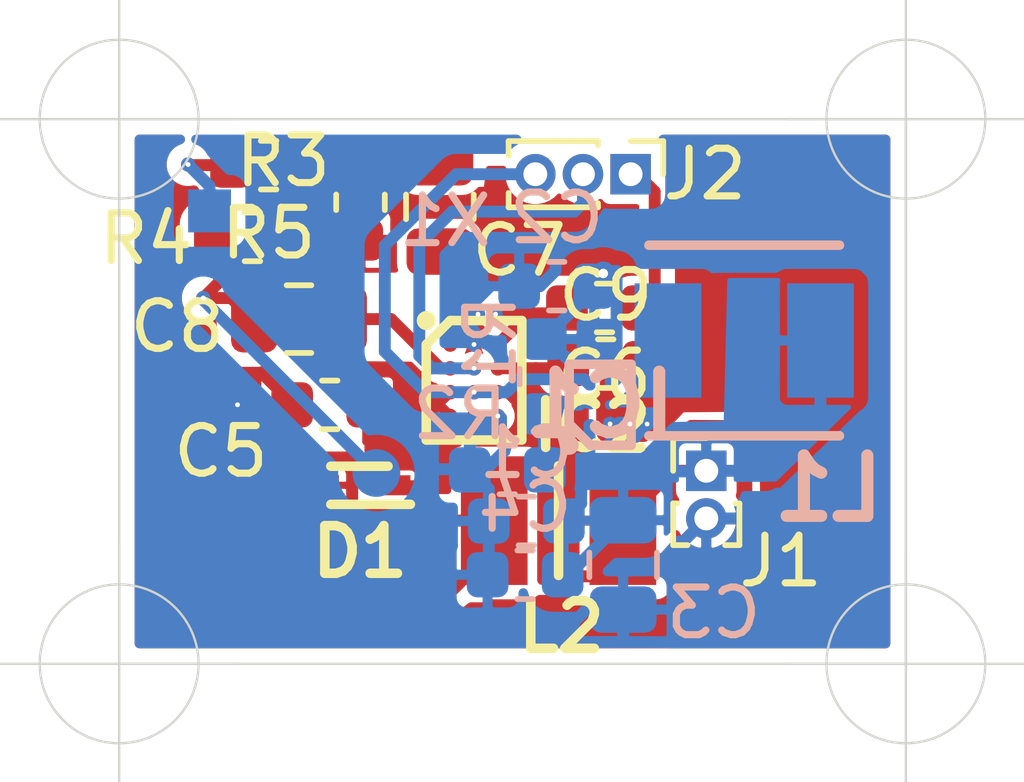
<source format=kicad_pcb>
(kicad_pcb (version 20171130) (host pcbnew "(5.1.10)-1")

  (general
    (thickness 1.6)
    (drawings 9)
    (tracks 207)
    (zones 0)
    (modules 22)
    (nets 18)
  )

  (page A4)
  (layers
    (0 F.Cu signal)
    (31 B.Cu signal hide)
    (32 B.Adhes user hide)
    (33 F.Adhes user hide)
    (34 B.Paste user hide)
    (35 F.Paste user hide)
    (36 B.SilkS user hide)
    (37 F.SilkS user hide)
    (38 B.Mask user hide)
    (39 F.Mask user)
    (40 Dwgs.User user hide)
    (41 Cmts.User user hide)
    (42 Eco1.User user hide)
    (43 Eco2.User user hide)
    (44 Edge.Cuts user)
    (45 Margin user hide)
    (46 B.CrtYd user hide)
    (47 F.CrtYd user hide)
    (48 B.Fab user hide)
    (49 F.Fab user)
  )

  (setup
    (last_trace_width 0.25)
    (user_trace_width 0.15)
    (trace_clearance 0.2)
    (zone_clearance 0.2)
    (zone_45_only no)
    (trace_min 0.15)
    (via_size 0.8)
    (via_drill 0.3)
    (via_min_size 0.4)
    (via_min_drill 0.3)
    (user_via 0.9 0.4)
    (uvia_size 0.3)
    (uvia_drill 0.1)
    (uvias_allowed no)
    (uvia_min_size 0.2)
    (uvia_min_drill 0.1)
    (edge_width 0.05)
    (segment_width 0.2)
    (pcb_text_width 0.3)
    (pcb_text_size 1.5 1.5)
    (mod_edge_width 0.12)
    (mod_text_size 1 1)
    (mod_text_width 0.15)
    (pad_size 1.524 1.524)
    (pad_drill 0.762)
    (pad_to_mask_clearance 0.051)
    (solder_mask_min_width 0.25)
    (pad_to_paste_clearance_ratio -0.1)
    (aux_axis_origin 0 0)
    (visible_elements 7EFDAE7F)
    (pcbplotparams
      (layerselection 0x010fc_ffffffff)
      (usegerberextensions false)
      (usegerberattributes false)
      (usegerberadvancedattributes false)
      (creategerberjobfile false)
      (excludeedgelayer true)
      (linewidth 0.100000)
      (plotframeref false)
      (viasonmask false)
      (mode 1)
      (useauxorigin false)
      (hpglpennumber 1)
      (hpglpenspeed 20)
      (hpglpendiameter 15.000000)
      (psnegative false)
      (psa4output false)
      (plotreference true)
      (plotvalue true)
      (plotinvisibletext false)
      (padsonsilk false)
      (subtractmaskfromsilk false)
      (outputformat 1)
      (mirror false)
      (drillshape 1)
      (scaleselection 1)
      (outputdirectory "Production data/"))
  )

  (net 0 "")
  (net 1 GND)
  (net 2 +3V3)
  (net 3 +15V)
  (net 4 "Net-(C5-Pad1)")
  (net 5 "Net-(C6-Pad2)")
  (net 6 /AUDIO_IN)
  (net 7 "Net-(C7-Pad2)")
  (net 8 /MEMS_POS_POLE)
  (net 9 "Net-(C8-Pad2)")
  (net 10 /MEMS_NEG_POLE)
  (net 11 "Net-(C9-Pad1)")
  (net 12 "Net-(IC1-PadB1)")
  (net 13 "Net-(D1-Pad2)")
  (net 14 /ENABLE)
  (net 15 "Net-(IC1-PadB2)")
  (net 16 /GAIN)
  (net 17 "Net-(C7-Pad1)")

  (net_class Default "Dit is de standaard class."
    (clearance 0.2)
    (trace_width 0.25)
    (via_dia 0.8)
    (via_drill 0.3)
    (uvia_dia 0.3)
    (uvia_drill 0.1)
    (add_net +15V)
    (add_net +3V3)
    (add_net /AUDIO_IN)
    (add_net /ENABLE)
    (add_net /GAIN)
    (add_net /MEMS_NEG_POLE)
    (add_net /MEMS_POS_POLE)
    (add_net GND)
    (add_net "Net-(C5-Pad1)")
    (add_net "Net-(C6-Pad2)")
    (add_net "Net-(C7-Pad1)")
    (add_net "Net-(C7-Pad2)")
    (add_net "Net-(C8-Pad2)")
    (add_net "Net-(C9-Pad1)")
    (add_net "Net-(D1-Pad2)")
    (add_net "Net-(IC1-PadB1)")
    (add_net "Net-(IC1-PadB2)")
  )

  (module Capacitor_SMD:C_0603_1608Metric (layer F.Cu) (tedit 5B301BBE) (tstamp 612A0327)
    (at 135.9153 62.3824 180)
    (descr "Capacitor SMD 0603 (1608 Metric), square (rectangular) end terminal, IPC_7351 nominal, (Body size source: http://www.tortai-tech.com/upload/download/2011102023233369053.pdf), generated with kicad-footprint-generator")
    (tags capacitor)
    (path /61293E5C)
    (attr smd)
    (fp_text reference C6 (at 0 -1.43) (layer F.SilkS)
      (effects (font (size 1 1) (thickness 0.15)))
    )
    (fp_text value 1µF (at 0 1.43) (layer F.Fab)
      (effects (font (size 1 1) (thickness 0.15)))
    )
    (fp_line (start -0.8 0.4) (end -0.8 -0.4) (layer F.Fab) (width 0.1))
    (fp_line (start -0.8 -0.4) (end 0.8 -0.4) (layer F.Fab) (width 0.1))
    (fp_line (start 0.8 -0.4) (end 0.8 0.4) (layer F.Fab) (width 0.1))
    (fp_line (start 0.8 0.4) (end -0.8 0.4) (layer F.Fab) (width 0.1))
    (fp_line (start -0.162779 -0.51) (end 0.162779 -0.51) (layer F.SilkS) (width 0.12))
    (fp_line (start -0.162779 0.51) (end 0.162779 0.51) (layer F.SilkS) (width 0.12))
    (fp_line (start -1.48 0.73) (end -1.48 -0.73) (layer F.CrtYd) (width 0.05))
    (fp_line (start -1.48 -0.73) (end 1.48 -0.73) (layer F.CrtYd) (width 0.05))
    (fp_line (start 1.48 -0.73) (end 1.48 0.73) (layer F.CrtYd) (width 0.05))
    (fp_line (start 1.48 0.73) (end -1.48 0.73) (layer F.CrtYd) (width 0.05))
    (fp_text user %R (at 0 0) (layer F.Fab)
      (effects (font (size 0.4 0.4) (thickness 0.06)))
    )
    (pad 2 smd roundrect (at 0.7875 0 180) (size 0.875 0.95) (layers F.Cu F.Paste F.Mask) (roundrect_rratio 0.25)
      (net 5 "Net-(C6-Pad2)"))
    (pad 1 smd roundrect (at -0.7875 0 180) (size 0.875 0.95) (layers F.Cu F.Paste F.Mask) (roundrect_rratio 0.25)
      (net 6 /AUDIO_IN))
    (model ${KISYS3DMOD}/Capacitor_SMD.3dshapes/C_0603_1608Metric.wrl
      (at (xyz 0 0 0))
      (scale (xyz 1 1 1))
      (rotate (xyz 0 0 0))
    )
  )

  (module Capacitor_SMD:C_0603_1608Metric (layer F.Cu) (tedit 5B301BBE) (tstamp 612A035A)
    (at 135.9408 63.5508)
    (descr "Capacitor SMD 0603 (1608 Metric), square (rectangular) end terminal, IPC_7351 nominal, (Body size source: http://www.tortai-tech.com/upload/download/2011102023233369053.pdf), generated with kicad-footprint-generator")
    (tags capacitor)
    (path /6129539A)
    (attr smd)
    (fp_text reference C9 (at 0 -1.43) (layer F.SilkS)
      (effects (font (size 1 1) (thickness 0.15)))
    )
    (fp_text value 1µF (at 0 1.43) (layer F.Fab)
      (effects (font (size 1 1) (thickness 0.15)))
    )
    (fp_line (start -0.8 0.4) (end -0.8 -0.4) (layer F.Fab) (width 0.1))
    (fp_line (start -0.8 -0.4) (end 0.8 -0.4) (layer F.Fab) (width 0.1))
    (fp_line (start 0.8 -0.4) (end 0.8 0.4) (layer F.Fab) (width 0.1))
    (fp_line (start 0.8 0.4) (end -0.8 0.4) (layer F.Fab) (width 0.1))
    (fp_line (start -0.162779 -0.51) (end 0.162779 -0.51) (layer F.SilkS) (width 0.12))
    (fp_line (start -0.162779 0.51) (end 0.162779 0.51) (layer F.SilkS) (width 0.12))
    (fp_line (start -1.48 0.73) (end -1.48 -0.73) (layer F.CrtYd) (width 0.05))
    (fp_line (start -1.48 -0.73) (end 1.48 -0.73) (layer F.CrtYd) (width 0.05))
    (fp_line (start 1.48 -0.73) (end 1.48 0.73) (layer F.CrtYd) (width 0.05))
    (fp_line (start 1.48 0.73) (end -1.48 0.73) (layer F.CrtYd) (width 0.05))
    (fp_text user %R (at 0 0 180) (layer F.Fab)
      (effects (font (size 0.4 0.4) (thickness 0.06)))
    )
    (pad 2 smd roundrect (at 0.7875 0) (size 0.875 0.95) (layers F.Cu F.Paste F.Mask) (roundrect_rratio 0.25)
      (net 1 GND))
    (pad 1 smd roundrect (at -0.7875 0) (size 0.875 0.95) (layers F.Cu F.Paste F.Mask) (roundrect_rratio 0.25)
      (net 11 "Net-(C9-Pad1)"))
    (model ${KISYS3DMOD}/Capacitor_SMD.3dshapes/C_0603_1608Metric.wrl
      (at (xyz 0 0 0))
      (scale (xyz 1 1 1))
      (rotate (xyz 0 0 0))
    )
  )

  (module Capacitor_SMD:C_0603_1608Metric (layer B.Cu) (tedit 5B301BBE) (tstamp 612D148E)
    (at 134.24906 67.98056 180)
    (descr "Capacitor SMD 0603 (1608 Metric), square (rectangular) end terminal, IPC_7351 nominal, (Body size source: http://www.tortai-tech.com/upload/download/2011102023233369053.pdf), generated with kicad-footprint-generator")
    (tags capacitor)
    (path /612924BE)
    (attr smd)
    (fp_text reference C4 (at 0 1.43) (layer B.SilkS)
      (effects (font (size 1 1) (thickness 0.15)) (justify mirror))
    )
    (fp_text value 1µF (at 0 -1.43) (layer B.Fab)
      (effects (font (size 1 1) (thickness 0.15)) (justify mirror))
    )
    (fp_line (start -0.8 -0.4) (end -0.8 0.4) (layer B.Fab) (width 0.1))
    (fp_line (start -0.8 0.4) (end 0.8 0.4) (layer B.Fab) (width 0.1))
    (fp_line (start 0.8 0.4) (end 0.8 -0.4) (layer B.Fab) (width 0.1))
    (fp_line (start 0.8 -0.4) (end -0.8 -0.4) (layer B.Fab) (width 0.1))
    (fp_line (start -0.162779 0.51) (end 0.162779 0.51) (layer B.SilkS) (width 0.12))
    (fp_line (start -0.162779 -0.51) (end 0.162779 -0.51) (layer B.SilkS) (width 0.12))
    (fp_line (start -1.48 -0.73) (end -1.48 0.73) (layer B.CrtYd) (width 0.05))
    (fp_line (start -1.48 0.73) (end 1.48 0.73) (layer B.CrtYd) (width 0.05))
    (fp_line (start 1.48 0.73) (end 1.48 -0.73) (layer B.CrtYd) (width 0.05))
    (fp_line (start 1.48 -0.73) (end -1.48 -0.73) (layer B.CrtYd) (width 0.05))
    (fp_text user %R (at 0 -0.06096) (layer B.Fab)
      (effects (font (size 0.4 0.4) (thickness 0.06)) (justify mirror))
    )
    (pad 2 smd roundrect (at 0.7875 0 180) (size 0.875 0.95) (layers B.Cu B.Paste B.Mask) (roundrect_rratio 0.25)
      (net 1 GND))
    (pad 1 smd roundrect (at -0.7875 0 180) (size 0.875 0.95) (layers B.Cu B.Paste B.Mask) (roundrect_rratio 0.25)
      (net 2 +3V3))
    (model ${KISYS3DMOD}/Capacitor_SMD.3dshapes/C_0603_1608Metric.wrl
      (at (xyz 0 0 0))
      (scale (xyz 1 1 1))
      (rotate (xyz 0 0 0))
    )
  )

  (module Capacitor_SMD:C_0603_1608Metric (layer B.Cu) (tedit 5B301BBE) (tstamp 612A02E3)
    (at 134.91214 61.9252 180)
    (descr "Capacitor SMD 0603 (1608 Metric), square (rectangular) end terminal, IPC_7351 nominal, (Body size source: http://www.tortai-tech.com/upload/download/2011102023233369053.pdf), generated with kicad-footprint-generator")
    (tags capacitor)
    (path /61291D9C)
    (attr smd)
    (fp_text reference C2 (at 0 1.43) (layer B.SilkS)
      (effects (font (size 1 1) (thickness 0.15)) (justify mirror))
    )
    (fp_text value 2,2µF (at 0 -1.43) (layer B.Fab)
      (effects (font (size 1 1) (thickness 0.15)) (justify mirror))
    )
    (fp_line (start -0.8 -0.4) (end -0.8 0.4) (layer B.Fab) (width 0.1))
    (fp_line (start -0.8 0.4) (end 0.8 0.4) (layer B.Fab) (width 0.1))
    (fp_line (start 0.8 0.4) (end 0.8 -0.4) (layer B.Fab) (width 0.1))
    (fp_line (start 0.8 -0.4) (end -0.8 -0.4) (layer B.Fab) (width 0.1))
    (fp_line (start -0.162779 0.51) (end 0.162779 0.51) (layer B.SilkS) (width 0.12))
    (fp_line (start -0.162779 -0.51) (end 0.162779 -0.51) (layer B.SilkS) (width 0.12))
    (fp_line (start -1.48 -0.73) (end -1.48 0.73) (layer B.CrtYd) (width 0.05))
    (fp_line (start -1.48 0.73) (end 1.48 0.73) (layer B.CrtYd) (width 0.05))
    (fp_line (start 1.48 0.73) (end 1.48 -0.73) (layer B.CrtYd) (width 0.05))
    (fp_line (start 1.48 -0.73) (end -1.48 -0.73) (layer B.CrtYd) (width 0.05))
    (fp_text user %R (at 0 0) (layer B.Fab)
      (effects (font (size 0.4 0.4) (thickness 0.06)) (justify mirror))
    )
    (pad 2 smd roundrect (at 0.7875 0 180) (size 0.875 0.95) (layers B.Cu B.Paste B.Mask) (roundrect_rratio 0.25)
      (net 1 GND))
    (pad 1 smd roundrect (at -0.7875 0 180) (size 0.875 0.95) (layers B.Cu B.Paste B.Mask) (roundrect_rratio 0.25)
      (net 3 +15V))
    (model ${KISYS3DMOD}/Capacitor_SMD.3dshapes/C_0603_1608Metric.wrl
      (at (xyz 0 0 0))
      (scale (xyz 1 1 1))
      (rotate (xyz 0 0 0))
    )
  )

  (module Capacitor_SMD:C_0603_1608Metric (layer B.Cu) (tedit 5B301BBE) (tstamp 612EDE19)
    (at 134.2746 66.8528 180)
    (descr "Capacitor SMD 0603 (1608 Metric), square (rectangular) end terminal, IPC_7351 nominal, (Body size source: http://www.tortai-tech.com/upload/download/2011102023233369053.pdf), generated with kicad-footprint-generator")
    (tags capacitor)
    (path /612919F6)
    (attr smd)
    (fp_text reference C1 (at 0 1.43) (layer B.SilkS)
      (effects (font (size 1 1) (thickness 0.15)) (justify mirror))
    )
    (fp_text value 1µF (at 0 -1.43) (layer B.Fab)
      (effects (font (size 1 1) (thickness 0.15)) (justify mirror))
    )
    (fp_line (start -0.8 -0.4) (end -0.8 0.4) (layer B.Fab) (width 0.1))
    (fp_line (start -0.8 0.4) (end 0.8 0.4) (layer B.Fab) (width 0.1))
    (fp_line (start 0.8 0.4) (end 0.8 -0.4) (layer B.Fab) (width 0.1))
    (fp_line (start 0.8 -0.4) (end -0.8 -0.4) (layer B.Fab) (width 0.1))
    (fp_line (start -0.162779 0.51) (end 0.162779 0.51) (layer B.SilkS) (width 0.12))
    (fp_line (start -0.162779 -0.51) (end 0.162779 -0.51) (layer B.SilkS) (width 0.12))
    (fp_line (start -1.48 -0.73) (end -1.48 0.73) (layer B.CrtYd) (width 0.05))
    (fp_line (start -1.48 0.73) (end 1.48 0.73) (layer B.CrtYd) (width 0.05))
    (fp_line (start 1.48 0.73) (end 1.48 -0.73) (layer B.CrtYd) (width 0.05))
    (fp_line (start 1.48 -0.73) (end -1.48 -0.73) (layer B.CrtYd) (width 0.05))
    (fp_text user %R (at 0 0) (layer B.Fab)
      (effects (font (size 0.4 0.4) (thickness 0.06)) (justify mirror))
    )
    (pad 2 smd roundrect (at 0.7875 0 180) (size 0.875 0.95) (layers B.Cu B.Paste B.Mask) (roundrect_rratio 0.25)
      (net 1 GND))
    (pad 1 smd roundrect (at -0.7875 0 180) (size 0.875 0.95) (layers B.Cu B.Paste B.Mask) (roundrect_rratio 0.25)
      (net 2 +3V3))
    (model ${KISYS3DMOD}/Capacitor_SMD.3dshapes/C_0603_1608Metric.wrl
      (at (xyz 0 0 0))
      (scale (xyz 1 1 1))
      (rotate (xyz 0 0 0))
    )
  )

  (module Resistor_SMD:R_0603_1608Metric (layer F.Cu) (tedit 5B301BBD) (tstamp 6142BD48)
    (at 128.867 59.3852 180)
    (descr "Resistor SMD 0603 (1608 Metric), square (rectangular) end terminal, IPC_7351 nominal, (Body size source: http://www.tortai-tech.com/upload/download/2011102023233369053.pdf), generated with kicad-footprint-generator")
    (tags resistor)
    (path /61425988)
    (attr smd)
    (fp_text reference R5 (at 0 -1.43) (layer F.SilkS)
      (effects (font (size 1 1) (thickness 0.15)))
    )
    (fp_text value 10 (at 0 1.43) (layer F.Fab)
      (effects (font (size 1 1) (thickness 0.15)))
    )
    (fp_line (start -0.8 0.4) (end -0.8 -0.4) (layer F.Fab) (width 0.1))
    (fp_line (start -0.8 -0.4) (end 0.8 -0.4) (layer F.Fab) (width 0.1))
    (fp_line (start 0.8 -0.4) (end 0.8 0.4) (layer F.Fab) (width 0.1))
    (fp_line (start 0.8 0.4) (end -0.8 0.4) (layer F.Fab) (width 0.1))
    (fp_line (start -0.162779 -0.51) (end 0.162779 -0.51) (layer F.SilkS) (width 0.12))
    (fp_line (start -0.162779 0.51) (end 0.162779 0.51) (layer F.SilkS) (width 0.12))
    (fp_line (start -1.48 0.73) (end -1.48 -0.73) (layer F.CrtYd) (width 0.05))
    (fp_line (start -1.48 -0.73) (end 1.48 -0.73) (layer F.CrtYd) (width 0.05))
    (fp_line (start 1.48 -0.73) (end 1.48 0.73) (layer F.CrtYd) (width 0.05))
    (fp_line (start 1.48 0.73) (end -1.48 0.73) (layer F.CrtYd) (width 0.05))
    (fp_text user %R (at 0 0) (layer F.Fab)
      (effects (font (size 0.4 0.4) (thickness 0.06)))
    )
    (pad 2 smd roundrect (at 0.7875 0 180) (size 0.875 0.95) (layers F.Cu F.Paste F.Mask) (roundrect_rratio 0.25)
      (net 8 /MEMS_POS_POLE))
    (pad 1 smd roundrect (at -0.7875 0 180) (size 0.875 0.95) (layers F.Cu F.Paste F.Mask) (roundrect_rratio 0.25)
      (net 17 "Net-(C7-Pad1)"))
    (model ${KISYS3DMOD}/Resistor_SMD.3dshapes/R_0603_1608Metric.wrl
      (at (xyz 0 0 0))
      (scale (xyz 1 1 1))
      (rotate (xyz 0 0 0))
    )
  )

  (module Capacitor_SMD:C_0805_2012Metric (layer B.Cu) (tedit 5B36C52B) (tstamp 612D8366)
    (at 136.30656 67.77458 270)
    (descr "Capacitor SMD 0805 (2012 Metric), square (rectangular) end terminal, IPC_7351 nominal, (Body size source: https://docs.google.com/spreadsheets/d/1BsfQQcO9C6DZCsRaXUlFlo91Tg2WpOkGARC1WS5S8t0/edit?usp=sharing), generated with kicad-footprint-generator")
    (tags capacitor)
    (path /6129228D)
    (attr smd)
    (fp_text reference C3 (at 1.00862 -1.90246 180) (layer B.SilkS)
      (effects (font (size 1 1) (thickness 0.15)) (justify mirror))
    )
    (fp_text value 10µF (at 0 -1.65 90) (layer B.Fab)
      (effects (font (size 1 1) (thickness 0.15)) (justify mirror))
    )
    (fp_line (start -1 -0.6) (end -1 0.6) (layer B.Fab) (width 0.1))
    (fp_line (start -1 0.6) (end 1 0.6) (layer B.Fab) (width 0.1))
    (fp_line (start 1 0.6) (end 1 -0.6) (layer B.Fab) (width 0.1))
    (fp_line (start 1 -0.6) (end -1 -0.6) (layer B.Fab) (width 0.1))
    (fp_line (start -0.258578 0.71) (end 0.258578 0.71) (layer B.SilkS) (width 0.12))
    (fp_line (start -0.258578 -0.71) (end 0.258578 -0.71) (layer B.SilkS) (width 0.12))
    (fp_line (start -1.68 -0.95) (end -1.68 0.95) (layer B.CrtYd) (width 0.05))
    (fp_line (start -1.68 0.95) (end 1.68 0.95) (layer B.CrtYd) (width 0.05))
    (fp_line (start 1.68 0.95) (end 1.68 -0.95) (layer B.CrtYd) (width 0.05))
    (fp_line (start 1.68 -0.95) (end -1.68 -0.95) (layer B.CrtYd) (width 0.05))
    (fp_text user %R (at 0 0 90) (layer F.Fab)
      (effects (font (size 0.5 0.5) (thickness 0.08)))
    )
    (pad 2 smd roundrect (at 0.9375 0 270) (size 0.975 1.4) (layers B.Cu B.Paste B.Mask) (roundrect_rratio 0.25)
      (net 1 GND))
    (pad 1 smd roundrect (at -0.9375 0 270) (size 0.975 1.4) (layers B.Cu B.Paste B.Mask) (roundrect_rratio 0.25)
      (net 2 +3V3))
    (model ${KISYS3DMOD}/Capacitor_SMD.3dshapes/C_0805_2012Metric.wrl
      (at (xyz 0 0 0))
      (scale (xyz 1 1 1))
      (rotate (xyz 0 0 0))
    )
  )

  (module SamacSys_Parts:Adap_UT_P2019 (layer B.Cu) (tedit 612BF0E0) (tstamp 612F5745)
    (at 129.37744 63.09614 270)
    (path /612D2EC1)
    (solder_mask_margin 0.2)
    (solder_paste_ratio -0.1)
    (clearance 0.2)
    (attr smd)
    (fp_text reference X1 (at -2.54 -3.19278) (layer B.SilkS)
      (effects (font (size 1 1) (thickness 0.15)) (justify mirror))
    )
    (fp_text value Adap_UT_P2019 (at 0.053071 -2.987991 270) (layer B.Fab)
      (effects (font (size 1 1) (thickness 0.15)) (justify mirror))
    )
    (fp_line (start -3.35 -2.35) (end 3.35 -2.35) (layer B.Fab) (width 0.12))
    (fp_line (start -3.35 -2.35) (end -3.35 2.35) (layer B.Fab) (width 0.12))
    (fp_line (start 3.35 -2.35) (end 3.35 2.35) (layer B.Fab) (width 0.12))
    (fp_line (start -3.35 2.35) (end 3.35 2.35) (layer B.Fab) (width 0.12))
    (pad 2 smd circle (at 2.75 -1.75 270) (size 1 1) (layers B.Cu B.Paste B.Mask)
      (net 10 /MEMS_NEG_POLE) (zone_connect 0))
    (pad 1 smd custom (at -2.75 1.75 270) (size 0.9 0.9) (layers B.Cu B.Paste B.Mask)
      (net 8 /MEMS_POS_POLE) (zone_connect 0)
      (options (clearance outline) (anchor rect))
      (primitives
      ))
  )

  (module Connector_PinHeader_1.00mm:PinHeader_1x03_P1.00mm_Vertical (layer F.Cu) (tedit 59FED738) (tstamp 612F29F6)
    (at 136.46328 59.5757 270)
    (descr "Through hole straight pin header, 1x03, 1.00mm pitch, single row")
    (tags "Through hole pin header THT 1x03 1.00mm single row")
    (path /613DD78B)
    (fp_text reference J2 (at 0 -1.56 180) (layer F.SilkS)
      (effects (font (size 1 1) (thickness 0.15)))
    )
    (fp_text value Control (at 0 3.56 90) (layer F.Fab)
      (effects (font (size 1 1) (thickness 0.15)))
    )
    (fp_line (start -0.3175 -0.5) (end 0.635 -0.5) (layer F.Fab) (width 0.1))
    (fp_line (start 0.635 -0.5) (end 0.635 2.5) (layer F.Fab) (width 0.1))
    (fp_line (start 0.635 2.5) (end -0.635 2.5) (layer F.Fab) (width 0.1))
    (fp_line (start -0.635 2.5) (end -0.635 -0.1825) (layer F.Fab) (width 0.1))
    (fp_line (start -0.635 -0.1825) (end -0.3175 -0.5) (layer F.Fab) (width 0.1))
    (fp_line (start -0.695 2.56) (end -0.394493 2.56) (layer F.SilkS) (width 0.12))
    (fp_line (start 0.394493 2.56) (end 0.695 2.56) (layer F.SilkS) (width 0.12))
    (fp_line (start -0.695 0.685) (end -0.695 2.56) (layer F.SilkS) (width 0.12))
    (fp_line (start 0.695 0.685) (end 0.695 2.56) (layer F.SilkS) (width 0.12))
    (fp_line (start -0.695 0.685) (end -0.608276 0.685) (layer F.SilkS) (width 0.12))
    (fp_line (start 0.608276 0.685) (end 0.695 0.685) (layer F.SilkS) (width 0.12))
    (fp_line (start -0.695 0) (end -0.695 -0.685) (layer F.SilkS) (width 0.12))
    (fp_line (start -0.695 -0.685) (end 0 -0.685) (layer F.SilkS) (width 0.12))
    (fp_line (start -1.15 -1) (end -1.15 3) (layer F.CrtYd) (width 0.05))
    (fp_line (start -1.15 3) (end 1.15 3) (layer F.CrtYd) (width 0.05))
    (fp_line (start 1.15 3) (end 1.15 -1) (layer F.CrtYd) (width 0.05))
    (fp_line (start 1.15 -1) (end -1.15 -1) (layer F.CrtYd) (width 0.05))
    (fp_text user %R (at 0 1) (layer F.Fab)
      (effects (font (size 0.76 0.76) (thickness 0.114)))
    )
    (pad 3 thru_hole oval (at 0 2 270) (size 0.85 0.85) (drill 0.5) (layers *.Cu *.Mask)
      (net 14 /ENABLE))
    (pad 2 thru_hole oval (at 0 1 270) (size 0.85 0.85) (drill 0.5) (layers *.Cu *.Mask)
      (net 16 /GAIN))
    (pad 1 thru_hole rect (at 0 0 270) (size 0.85 0.85) (drill 0.5) (layers *.Cu *.Mask)
      (net 6 /AUDIO_IN))
    (model ${KISYS3DMOD}/Connector_PinHeader_1.00mm.3dshapes/PinHeader_1x03_P1.00mm_Vertical.wrl
      (at (xyz 0 0 0))
      (scale (xyz 1 1 1))
      (rotate (xyz 0 0 0))
    )
  )

  (module Connector_PinHeader_1.00mm:PinHeader_1x02_P1.00mm_Vertical (layer F.Cu) (tedit 59FED738) (tstamp 612F29DD)
    (at 138.05154 65.79946)
    (descr "Through hole straight pin header, 1x02, 1.00mm pitch, single row")
    (tags "Through hole pin header THT 1x02 1.00mm single row")
    (path /613DDE57)
    (fp_text reference J1 (at 1.5621 1.89662) (layer F.SilkS)
      (effects (font (size 1 1) (thickness 0.15)))
    )
    (fp_text value Power (at 0 2.56) (layer F.Fab)
      (effects (font (size 1 1) (thickness 0.15)))
    )
    (fp_line (start -0.3175 -0.5) (end 0.635 -0.5) (layer F.Fab) (width 0.1))
    (fp_line (start 0.635 -0.5) (end 0.635 1.5) (layer F.Fab) (width 0.1))
    (fp_line (start 0.635 1.5) (end -0.635 1.5) (layer F.Fab) (width 0.1))
    (fp_line (start -0.635 1.5) (end -0.635 -0.1825) (layer F.Fab) (width 0.1))
    (fp_line (start -0.635 -0.1825) (end -0.3175 -0.5) (layer F.Fab) (width 0.1))
    (fp_line (start -0.695 1.56) (end -0.394493 1.56) (layer F.SilkS) (width 0.12))
    (fp_line (start 0.394493 1.56) (end 0.695 1.56) (layer F.SilkS) (width 0.12))
    (fp_line (start -0.695 0.685) (end -0.695 1.56) (layer F.SilkS) (width 0.12))
    (fp_line (start 0.695 0.685) (end 0.695 1.56) (layer F.SilkS) (width 0.12))
    (fp_line (start -0.695 0.685) (end -0.608276 0.685) (layer F.SilkS) (width 0.12))
    (fp_line (start 0.608276 0.685) (end 0.695 0.685) (layer F.SilkS) (width 0.12))
    (fp_line (start -0.695 0) (end -0.695 -0.685) (layer F.SilkS) (width 0.12))
    (fp_line (start -0.695 -0.685) (end 0 -0.685) (layer F.SilkS) (width 0.12))
    (fp_line (start -1.15 -1) (end -1.15 2) (layer F.CrtYd) (width 0.05))
    (fp_line (start -1.15 2) (end 1.15 2) (layer F.CrtYd) (width 0.05))
    (fp_line (start 1.15 2) (end 1.15 -1) (layer F.CrtYd) (width 0.05))
    (fp_line (start 1.15 -1) (end -1.15 -1) (layer F.CrtYd) (width 0.05))
    (fp_text user %R (at 0 0.5 90) (layer F.Fab)
      (effects (font (size 0.76 0.76) (thickness 0.114)))
    )
    (pad 2 thru_hole oval (at 0 1) (size 0.85 0.85) (drill 0.5) (layers *.Cu *.Mask)
      (net 1 GND))
    (pad 1 thru_hole rect (at 0 0) (size 0.85 0.85) (drill 0.5) (layers *.Cu *.Mask)
      (net 2 +3V3))
    (model ${KISYS3DMOD}/Connector_PinHeader_1.00mm.3dshapes/PinHeader_1x02_P1.00mm_Vertical.wrl
      (at (xyz 0 0 0))
      (scale (xyz 1 1 1))
      (rotate (xyz 0 0 0))
    )
  )

  (module SamacSys_Parts:BGA6C40P2X3_79X119X62 (layer B.Cu) (tedit 0) (tstamp 61324D45)
    (at 135.82396 64.4144)
    (descr "WCSP (6)")
    (tags "Integrated Circuit")
    (path /6128F8E7)
    (attr smd)
    (fp_text reference IC1 (at 0 0 180) (layer B.SilkS)
      (effects (font (size 1.27 1.27) (thickness 0.254)) (justify mirror))
    )
    (fp_text value TPS61046YFFR (at 0 0 180) (layer B.SilkS) hide
      (effects (font (size 1.27 1.27) (thickness 0.254)) (justify mirror))
    )
    (fp_line (start -1.411 1.611) (end 1.411 1.611) (layer B.CrtYd) (width 0.05))
    (fp_line (start 1.411 1.611) (end 1.411 -1.611) (layer B.CrtYd) (width 0.05))
    (fp_line (start 1.411 -1.611) (end -1.411 -1.611) (layer B.CrtYd) (width 0.05))
    (fp_line (start -1.411 -1.611) (end -1.411 1.611) (layer B.CrtYd) (width 0.05))
    (fp_line (start -0.396 0.596) (end 0.396 0.596) (layer B.Fab) (width 0.1))
    (fp_line (start 0.396 0.596) (end 0.396 -0.596) (layer B.Fab) (width 0.1))
    (fp_line (start 0.396 -0.596) (end -0.396 -0.596) (layer B.Fab) (width 0.1))
    (fp_line (start -0.396 -0.596) (end -0.396 0.596) (layer B.Fab) (width 0.1))
    (fp_line (start -0.396 0.29) (end -0.09 0.596) (layer B.Fab) (width 0.1))
    (fp_line (start -0.2 0.85) (end 0.65 0.85) (layer B.SilkS) (width 0.2))
    (fp_line (start 0.65 0.85) (end 0.65 -0.85) (layer B.SilkS) (width 0.2))
    (fp_line (start 0.65 -0.85) (end -0.65 -0.85) (layer B.SilkS) (width 0.2))
    (fp_line (start -0.65 -0.85) (end -0.65 0.4) (layer B.SilkS) (width 0.2))
    (fp_line (start -0.65 0.4) (end -0.2 0.85) (layer B.SilkS) (width 0.2))
    (fp_circle (center -0.65 0.85) (end -0.65 0.75) (layer B.SilkS) (width 0.2))
    (fp_text user %R (at -1.143 0.381 180) (layer B.Fab)
      (effects (font (size 0.57 0.57) (thickness 0.1425)) (justify mirror))
    )
    (pad C2 smd circle (at 0.2 -0.4 270) (size 0.2 0.2) (layers B.Cu B.Paste B.Mask)
      (net 3 +15V))
    (pad C1 smd circle (at -0.2 -0.4 270) (size 0.2 0.2) (layers B.Cu B.Paste B.Mask)
      (net 14 /ENABLE))
    (pad B2 smd circle (at 0.2 0 270) (size 0.2 0.2) (layers B.Cu B.Paste B.Mask)
      (net 15 "Net-(IC1-PadB2)"))
    (pad B1 smd circle (at -0.2 0 270) (size 0.2 0.2) (layers B.Cu B.Paste B.Mask)
      (net 12 "Net-(IC1-PadB1)"))
    (pad A2 smd circle (at 0.2 0.4 270) (size 0.2 0.2) (layers B.Cu B.Paste B.Mask)
      (net 1 GND))
    (pad A1 smd circle (at -0.2 0.4 270) (size 0.2 0.2) (layers B.Cu B.Paste B.Mask)
      (net 2 +3V3))
    (model C:\SamacSys_PCB_Library\KiCad\SamacSys_Parts.3dshapes\TPS61046YFFR.stp
      (at (xyz 0 0 0))
      (scale (xyz 1 1 1))
      (rotate (xyz 0 0 0))
    )
  )

  (module SamacSys_Parts:INDC3225X170N (layer F.Cu) (tedit 0) (tstamp 612D1430)
    (at 134.95148 66.84518)
    (descr 1210/3225)
    (tags Inductor)
    (path /614A4A48)
    (attr smd)
    (fp_text reference L2 (at 0.05968 2.22758) (layer F.SilkS)
      (effects (font (size 1 1) (thickness 0.2)))
    )
    (fp_text value BRL3225T4R7M (at 0 0) (layer F.SilkS) hide
      (effects (font (size 1.27 1.27) (thickness 0.254)))
    )
    (fp_line (start 0 -1.15) (end 0 1.15) (layer F.SilkS) (width 0.2))
    (fp_line (start -1.6 1.25) (end -1.6 -1.25) (layer F.Fab) (width 0.1))
    (fp_line (start 1.6 1.25) (end -1.6 1.25) (layer F.Fab) (width 0.1))
    (fp_line (start 1.6 -1.25) (end 1.6 1.25) (layer F.Fab) (width 0.1))
    (fp_line (start -1.6 -1.25) (end 1.6 -1.25) (layer F.Fab) (width 0.1))
    (fp_line (start -2.3 1.6) (end -2.3 -1.6) (layer F.CrtYd) (width 0.05))
    (fp_line (start 2.3 1.6) (end -2.3 1.6) (layer F.CrtYd) (width 0.05))
    (fp_line (start 2.3 -1.6) (end 2.3 1.6) (layer F.CrtYd) (width 0.05))
    (fp_line (start -2.3 -1.6) (end 2.3 -1.6) (layer F.CrtYd) (width 0.05))
    (fp_text user %R (at 0 0) (layer F.Fab)
      (effects (font (size 1.27 1.27) (thickness 0.254)))
    )
    (pad 1 smd rect (at -1.35 0) (size 1.4 2.7) (layers F.Cu F.Paste F.Mask)
      (net 13 "Net-(D1-Pad2)"))
    (pad 2 smd rect (at 1.35 0) (size 1.4 2.7) (layers F.Cu F.Paste F.Mask)
      (net 2 +3V3))
    (model C:\SamacSys_PCB_Library\KiCad\SamacSys_Parts.3dshapes\BRL3225T4R7M.stp
      (at (xyz 0 0 0))
      (scale (xyz 1 1 1))
      (rotate (xyz 0 0 0))
    )
  )

  (module SamacSys_Parts:FDSD0420WH150MP3 (layer B.Cu) (tedit 0) (tstamp 612D2F32)
    (at 138.84656 63.06566 180)
    (descr "1515 (4040) T=2.0mm")
    (tags Inductor)
    (path /614C1FFE)
    (attr smd)
    (fp_text reference L1 (at -1.76784 -3.10642 180) (layer B.SilkS)
      (effects (font (size 1.27 1.27) (thickness 0.254)) (justify mirror))
    )
    (fp_text value FDSD0420-H-100M=P3 (at 0 0 180) (layer B.SilkS) hide
      (effects (font (size 1.27 1.27) (thickness 0.254)) (justify mirror))
    )
    (fp_line (start -2.85 2.35) (end 2.85 2.35) (layer B.CrtYd) (width 0.05))
    (fp_line (start 2.85 2.35) (end 2.85 -2.35) (layer B.CrtYd) (width 0.05))
    (fp_line (start 2.85 -2.35) (end -2.85 -2.35) (layer B.CrtYd) (width 0.05))
    (fp_line (start -2.85 -2.35) (end -2.85 2.35) (layer B.CrtYd) (width 0.05))
    (fp_line (start -2 2) (end 2 2) (layer B.Fab) (width 0.1))
    (fp_line (start 2 2) (end 2 -2) (layer B.Fab) (width 0.1))
    (fp_line (start 2 -2) (end -2 -2) (layer B.Fab) (width 0.1))
    (fp_line (start -2 -2) (end -2 2) (layer B.Fab) (width 0.1))
    (fp_line (start 2 2) (end -2 2) (layer B.SilkS) (width 0.2))
    (fp_line (start -2 -2) (end 2 -2) (layer B.SilkS) (width 0.2))
    (fp_text user %R (at 3.175 2.413 180) (layer B.Fab)
      (effects (font (size 1.27 1.27) (thickness 0.254)) (justify mirror))
    )
    (pad 2 smd rect (at 1.6 0 180) (size 1.4 2.4) (layers B.Cu B.Paste B.Mask)
      (net 15 "Net-(IC1-PadB2)"))
    (pad 1 smd rect (at -1.6 0 180) (size 1.4 2.4) (layers B.Cu B.Paste B.Mask)
      (net 2 +3V3))
    (model C:\SamacSys_PCB_Library\KiCad\SamacSys_Parts.3dshapes\FDSD0420-H-100M=P3.stp
      (at (xyz 0 0 0))
      (scale (xyz 1 1 1))
      (rotate (xyz 0 0 0))
    )
  )

  (module SamacSys_Parts:BGA12C50P3X4_146X196X68 (layer F.Cu) (tedit 0) (tstamp 612E1B17)
    (at 133.17766 63.90024)
    (descr YZR0012)
    (tags "Integrated Circuit")
    (path /6128DFE1)
    (attr smd)
    (fp_text reference IC2 (at 2.47866 0.95612) (layer F.SilkS)
      (effects (font (size 1 1) (thickness 0.2)))
    )
    (fp_text value LM48580TL_NOPB (at 0 0) (layer F.SilkS) hide
      (effects (font (size 1.27 1.27) (thickness 0.254)))
    )
    (fp_line (start -1.745 -1.995) (end 1.745 -1.995) (layer F.CrtYd) (width 0.05))
    (fp_line (start 1.745 -1.995) (end 1.745 1.995) (layer F.CrtYd) (width 0.05))
    (fp_line (start 1.745 1.995) (end -1.745 1.995) (layer F.CrtYd) (width 0.05))
    (fp_line (start -1.745 1.995) (end -1.745 -1.995) (layer F.CrtYd) (width 0.05))
    (fp_line (start -0.73 -0.98) (end 0.73 -0.98) (layer F.Fab) (width 0.1))
    (fp_line (start 0.73 -0.98) (end 0.73 0.98) (layer F.Fab) (width 0.1))
    (fp_line (start 0.73 0.98) (end -0.73 0.98) (layer F.Fab) (width 0.1))
    (fp_line (start -0.73 0.98) (end -0.73 -0.98) (layer F.Fab) (width 0.1))
    (fp_line (start -0.73 -0.482) (end -0.232 -0.98) (layer F.Fab) (width 0.1))
    (fp_line (start -0.5 -1.253) (end 1.003 -1.253) (layer F.SilkS) (width 0.2))
    (fp_line (start 1.003 -1.253) (end 1.003 1.253) (layer F.SilkS) (width 0.2))
    (fp_line (start 1.003 1.253) (end -1.003 1.253) (layer F.SilkS) (width 0.2))
    (fp_line (start -1.003 1.253) (end -1.003 -0.75) (layer F.SilkS) (width 0.2))
    (fp_line (start -1.003 -0.75) (end -0.5 -1.253) (layer F.SilkS) (width 0.2))
    (fp_circle (center -1.003 -1.253) (end -1.003 -1.153) (layer F.SilkS) (width 0.2))
    (fp_text user %R (at 0 0 270) (layer F.Fab)
      (effects (font (size 1.27 1.27) (thickness 0.254)))
    )
    (pad D3 smd circle (at 0.5 0.75 90) (size 0.306 0.306) (layers F.Cu F.Paste F.Mask)
      (net 1 GND))
    (pad D2 smd circle (at 0 0.75 90) (size 0.306 0.306) (layers F.Cu F.Paste F.Mask)
      (net 2 +3V3))
    (pad D1 smd circle (at -0.5 0.75 90) (size 0.306 0.306) (layers F.Cu F.Paste F.Mask)
      (net 4 "Net-(C5-Pad1)"))
    (pad C3 smd circle (at 0.5 0.25 90) (size 0.306 0.306) (layers F.Cu F.Paste F.Mask)
      (net 2 +3V3))
    (pad C2 smd circle (at 0 0.25 90) (size 0.306 0.306) (layers F.Cu F.Paste F.Mask)
      (net 14 /ENABLE))
    (pad C1 smd circle (at -0.5 0.25 90) (size 0.306 0.306) (layers F.Cu F.Paste F.Mask)
      (net 4 "Net-(C5-Pad1)"))
    (pad B3 smd circle (at 0.5 -0.25 90) (size 0.306 0.306) (layers F.Cu F.Paste F.Mask)
      (net 11 "Net-(C9-Pad1)"))
    (pad B2 smd circle (at 0 -0.25 90) (size 0.306 0.306) (layers F.Cu F.Paste F.Mask)
      (net 16 /GAIN))
    (pad B1 smd circle (at -0.5 -0.25 90) (size 0.306 0.306) (layers F.Cu F.Paste F.Mask)
      (net 9 "Net-(C8-Pad2)"))
    (pad A3 smd circle (at 0.5 -0.75 90) (size 0.306 0.306) (layers F.Cu F.Paste F.Mask)
      (net 5 "Net-(C6-Pad2)"))
    (pad A2 smd circle (at 0 -0.75 90) (size 0.306 0.306) (layers F.Cu F.Paste F.Mask)
      (net 1 GND))
    (pad A1 smd circle (at -0.5 -0.75 90) (size 0.306 0.306) (layers F.Cu F.Paste F.Mask)
      (net 7 "Net-(C7-Pad2)"))
    (model C:\SamacSys_PCB_Library\KiCad\SamacSys_Parts.3dshapes\LM48580TLX_NOPB.stp
      (at (xyz 0 0 0))
      (scale (xyz 1 1 1))
      (rotate (xyz 0 0 0))
    )
  )

  (module SamacSys_Parts:SODFL1608X70N (layer F.Cu) (tedit 0) (tstamp 612F349F)
    (at 130.7726 66.1035 180)
    (descr "SOD-523 CASE 502")
    (tags Diode)
    (path /612F0BD4)
    (attr smd)
    (fp_text reference D1 (at -0.012 -1.39446) (layer F.SilkS)
      (effects (font (size 1 1) (thickness 0.2)))
    )
    (fp_text value NSR0520V2T1G (at 0 0) (layer F.SilkS) hide
      (effects (font (size 1.27 1.27) (thickness 0.254)))
    )
    (fp_line (start -1.22 -0.6) (end 1.22 -0.6) (layer F.CrtYd) (width 0.05))
    (fp_line (start 1.22 -0.6) (end 1.22 0.6) (layer F.CrtYd) (width 0.05))
    (fp_line (start 1.22 0.6) (end -1.22 0.6) (layer F.CrtYd) (width 0.05))
    (fp_line (start -1.22 0.6) (end -1.22 -0.6) (layer F.CrtYd) (width 0.05))
    (fp_line (start -0.6 -0.4) (end 0.6 -0.4) (layer F.Fab) (width 0.1))
    (fp_line (start 0.6 -0.4) (end 0.6 0.4) (layer F.Fab) (width 0.1))
    (fp_line (start 0.6 0.4) (end -0.6 0.4) (layer F.Fab) (width 0.1))
    (fp_line (start -0.6 0.4) (end -0.6 -0.4) (layer F.Fab) (width 0.1))
    (fp_line (start -0.6 -0.08) (end -0.28 -0.4) (layer F.Fab) (width 0.1))
    (fp_line (start -1.07 -0.4) (end 0.6 -0.4) (layer F.SilkS) (width 0.2))
    (fp_line (start -0.6 0.4) (end 0.6 0.4) (layer F.SilkS) (width 0.2))
    (fp_text user %R (at 0 0) (layer F.Fab)
      (effects (font (size 1.27 1.27) (thickness 0.254)))
    )
    (pad 2 smd rect (at 0.75 0 270) (size 0.42 0.64) (layers F.Cu F.Paste F.Mask)
      (net 13 "Net-(D1-Pad2)"))
    (pad 1 smd rect (at -0.75 0 270) (size 0.42 0.64) (layers F.Cu F.Paste F.Mask)
      (net 4 "Net-(C5-Pad1)"))
    (model C:\SamacSys_PCB_Library\KiCad\SamacSys_Parts.3dshapes\NSR0520V2T1G.stp
      (at (xyz 0 0 0))
      (scale (xyz 1 1 1))
      (rotate (xyz 0 0 0))
    )
  )

  (module Resistor_SMD:R_0603_1608Metric (layer F.Cu) (tedit 5B301BBD) (tstamp 612A039E)
    (at 128.52664 60.89142)
    (descr "Resistor SMD 0603 (1608 Metric), square (rectangular) end terminal, IPC_7351 nominal, (Body size source: http://www.tortai-tech.com/upload/download/2011102023233369053.pdf), generated with kicad-footprint-generator")
    (tags resistor)
    (path /61296F66)
    (attr smd)
    (fp_text reference R4 (at -2.22494 0.04064) (layer F.SilkS)
      (effects (font (size 1 1) (thickness 0.15)))
    )
    (fp_text value 100k (at 0 1.43) (layer F.Fab)
      (effects (font (size 1 1) (thickness 0.15)))
    )
    (fp_line (start -0.8 0.4) (end -0.8 -0.4) (layer F.Fab) (width 0.1))
    (fp_line (start -0.8 -0.4) (end 0.8 -0.4) (layer F.Fab) (width 0.1))
    (fp_line (start 0.8 -0.4) (end 0.8 0.4) (layer F.Fab) (width 0.1))
    (fp_line (start 0.8 0.4) (end -0.8 0.4) (layer F.Fab) (width 0.1))
    (fp_line (start -0.162779 -0.51) (end 0.162779 -0.51) (layer F.SilkS) (width 0.12))
    (fp_line (start -0.162779 0.51) (end 0.162779 0.51) (layer F.SilkS) (width 0.12))
    (fp_line (start -1.48 0.73) (end -1.48 -0.73) (layer F.CrtYd) (width 0.05))
    (fp_line (start -1.48 -0.73) (end 1.48 -0.73) (layer F.CrtYd) (width 0.05))
    (fp_line (start 1.48 -0.73) (end 1.48 0.73) (layer F.CrtYd) (width 0.05))
    (fp_line (start 1.48 0.73) (end -1.48 0.73) (layer F.CrtYd) (width 0.05))
    (fp_text user %R (at 0 0) (layer F.Fab)
      (effects (font (size 0.4 0.4) (thickness 0.06)))
    )
    (pad 2 smd roundrect (at 0.7875 0) (size 0.875 0.95) (layers F.Cu F.Paste F.Mask) (roundrect_rratio 0.25)
      (net 3 +15V))
    (pad 1 smd roundrect (at -0.7875 0) (size 0.875 0.95) (layers F.Cu F.Paste F.Mask) (roundrect_rratio 0.25)
      (net 10 /MEMS_NEG_POLE))
    (model ${KISYS3DMOD}/Resistor_SMD.3dshapes/R_0603_1608Metric.wrl
      (at (xyz 0 0 0))
      (scale (xyz 1 1 1))
      (rotate (xyz 0 0 0))
    )
  )

  (module Resistor_SMD:R_0603_1608Metric (layer F.Cu) (tedit 5B301BBD) (tstamp 612A038D)
    (at 130.79476 60.16508 270)
    (descr "Resistor SMD 0603 (1608 Metric), square (rectangular) end terminal, IPC_7351 nominal, (Body size source: http://www.tortai-tech.com/upload/download/2011102023233369053.pdf), generated with kicad-footprint-generator")
    (tags resistor)
    (path /612965BF)
    (attr smd)
    (fp_text reference R3 (at -0.86858 1.62306 180) (layer F.SilkS)
      (effects (font (size 1 1) (thickness 0.15)))
    )
    (fp_text value 100k (at 0 1.43 90) (layer F.Fab)
      (effects (font (size 1 1) (thickness 0.15)))
    )
    (fp_line (start -0.8 0.4) (end -0.8 -0.4) (layer F.Fab) (width 0.1))
    (fp_line (start -0.8 -0.4) (end 0.8 -0.4) (layer F.Fab) (width 0.1))
    (fp_line (start 0.8 -0.4) (end 0.8 0.4) (layer F.Fab) (width 0.1))
    (fp_line (start 0.8 0.4) (end -0.8 0.4) (layer F.Fab) (width 0.1))
    (fp_line (start -0.162779 -0.51) (end 0.162779 -0.51) (layer F.SilkS) (width 0.12))
    (fp_line (start -0.162779 0.51) (end 0.162779 0.51) (layer F.SilkS) (width 0.12))
    (fp_line (start -1.48 0.73) (end -1.48 -0.73) (layer F.CrtYd) (width 0.05))
    (fp_line (start -1.48 -0.73) (end 1.48 -0.73) (layer F.CrtYd) (width 0.05))
    (fp_line (start 1.48 -0.73) (end 1.48 0.73) (layer F.CrtYd) (width 0.05))
    (fp_line (start 1.48 0.73) (end -1.48 0.73) (layer F.CrtYd) (width 0.05))
    (fp_text user %R (at 0 0 90) (layer F.Fab)
      (effects (font (size 0.4 0.4) (thickness 0.06)))
    )
    (pad 2 smd roundrect (at 0.7875 0 270) (size 0.875 0.95) (layers F.Cu F.Paste F.Mask) (roundrect_rratio 0.25)
      (net 3 +15V))
    (pad 1 smd roundrect (at -0.7875 0 270) (size 0.875 0.95) (layers F.Cu F.Paste F.Mask) (roundrect_rratio 0.25)
      (net 17 "Net-(C7-Pad1)"))
    (model ${KISYS3DMOD}/Resistor_SMD.3dshapes/R_0603_1608Metric.wrl
      (at (xyz 0 0 0))
      (scale (xyz 1 1 1))
      (rotate (xyz 0 0 0))
    )
  )

  (module Resistor_SMD:R_0603_1608Metric (layer B.Cu) (tedit 5B301BBD) (tstamp 612DA921)
    (at 133.87578 65.78092 180)
    (descr "Resistor SMD 0603 (1608 Metric), square (rectangular) end terminal, IPC_7351 nominal, (Body size source: http://www.tortai-tech.com/upload/download/2011102023233369053.pdf), generated with kicad-footprint-generator")
    (tags resistor)
    (path /61297E2E)
    (attr smd)
    (fp_text reference R2 (at 0.99568 1.17348) (layer B.SilkS)
      (effects (font (size 1 1) (thickness 0.15)) (justify mirror))
    )
    (fp_text value 30k (at 0.1525 0) (layer B.Fab)
      (effects (font (size 1 1) (thickness 0.15)) (justify mirror))
    )
    (fp_line (start -0.8 -0.4) (end -0.8 0.4) (layer B.Fab) (width 0.1))
    (fp_line (start -0.8 0.4) (end 0.8 0.4) (layer B.Fab) (width 0.1))
    (fp_line (start 0.8 0.4) (end 0.8 -0.4) (layer B.Fab) (width 0.1))
    (fp_line (start 0.8 -0.4) (end -0.8 -0.4) (layer B.Fab) (width 0.1))
    (fp_line (start -0.162779 0.51) (end 0.162779 0.51) (layer B.SilkS) (width 0.12))
    (fp_line (start -0.162779 -0.51) (end 0.162779 -0.51) (layer B.SilkS) (width 0.12))
    (fp_line (start -1.48 -0.73) (end -1.48 0.73) (layer B.CrtYd) (width 0.05))
    (fp_line (start -1.48 0.73) (end 1.48 0.73) (layer B.CrtYd) (width 0.05))
    (fp_line (start 1.48 0.73) (end 1.48 -0.73) (layer B.CrtYd) (width 0.05))
    (fp_line (start 1.48 -0.73) (end -1.48 -0.73) (layer B.CrtYd) (width 0.05))
    (fp_text user %R (at 0 0 270) (layer B.Fab)
      (effects (font (size 0.4 0.4) (thickness 0.06)) (justify mirror))
    )
    (pad 2 smd roundrect (at 0.7875 0 180) (size 0.875 0.95) (layers B.Cu B.Paste B.Mask) (roundrect_rratio 0.25)
      (net 1 GND))
    (pad 1 smd roundrect (at -0.7875 0 180) (size 0.875 0.95) (layers B.Cu B.Paste B.Mask) (roundrect_rratio 0.25)
      (net 12 "Net-(IC1-PadB1)"))
    (model ${KISYS3DMOD}/Resistor_SMD.3dshapes/R_0603_1608Metric.wrl
      (at (xyz 0 0 0))
      (scale (xyz 1 1 1))
      (rotate (xyz 0 0 0))
    )
  )

  (module Resistor_SMD:R_0603_1608Metric (layer B.Cu) (tedit 5B301BBD) (tstamp 612DA64D)
    (at 134.6454 63.82248 270)
    (descr "Resistor SMD 0603 (1608 Metric), square (rectangular) end terminal, IPC_7351 nominal, (Body size source: http://www.tortai-tech.com/upload/download/2011102023233369053.pdf), generated with kicad-footprint-generator")
    (tags resistor)
    (path /612975AA)
    (attr smd)
    (fp_text reference R1 (at -0.71618 1.12014 90) (layer B.SilkS)
      (effects (font (size 1 1) (thickness 0.15)) (justify mirror))
    )
    (fp_text value 536k (at 0 -1.43 90) (layer B.Fab)
      (effects (font (size 1 1) (thickness 0.15)) (justify mirror))
    )
    (fp_line (start -0.8 -0.4) (end -0.8 0.4) (layer B.Fab) (width 0.1))
    (fp_line (start -0.8 0.4) (end 0.8 0.4) (layer B.Fab) (width 0.1))
    (fp_line (start 0.8 0.4) (end 0.8 -0.4) (layer B.Fab) (width 0.1))
    (fp_line (start 0.8 -0.4) (end -0.8 -0.4) (layer B.Fab) (width 0.1))
    (fp_line (start -0.162779 0.51) (end 0.162779 0.51) (layer B.SilkS) (width 0.12))
    (fp_line (start -0.162779 -0.51) (end 0.162779 -0.51) (layer B.SilkS) (width 0.12))
    (fp_line (start -1.48 -0.73) (end -1.48 0.73) (layer B.CrtYd) (width 0.05))
    (fp_line (start -1.48 0.73) (end 1.48 0.73) (layer B.CrtYd) (width 0.05))
    (fp_line (start 1.48 0.73) (end 1.48 -0.73) (layer B.CrtYd) (width 0.05))
    (fp_line (start 1.48 -0.73) (end -1.48 -0.73) (layer B.CrtYd) (width 0.05))
    (fp_text user %R (at 0.02 0 180) (layer B.Fab)
      (effects (font (size 0.4 0.4) (thickness 0.06)) (justify mirror))
    )
    (pad 2 smd roundrect (at 0.7875 0 270) (size 0.875 0.95) (layers B.Cu B.Paste B.Mask) (roundrect_rratio 0.25)
      (net 12 "Net-(IC1-PadB1)"))
    (pad 1 smd roundrect (at -0.7875 0 270) (size 0.875 0.95) (layers B.Cu B.Paste B.Mask) (roundrect_rratio 0.25)
      (net 3 +15V))
    (model ${KISYS3DMOD}/Resistor_SMD.3dshapes/R_0603_1608Metric.wrl
      (at (xyz 0 0 0))
      (scale (xyz 1 1 1))
      (rotate (xyz 0 0 0))
    )
  )

  (module Capacitor_SMD:C_0805_2012Metric (layer F.Cu) (tedit 5B36C52B) (tstamp 612A0349)
    (at 129.5042 62.61608)
    (descr "Capacitor SMD 0805 (2012 Metric), square (rectangular) end terminal, IPC_7351 nominal, (Body size source: https://docs.google.com/spreadsheets/d/1BsfQQcO9C6DZCsRaXUlFlo91Tg2WpOkGARC1WS5S8t0/edit?usp=sharing), generated with kicad-footprint-generator")
    (tags capacitor)
    (path /612939E5)
    (attr smd)
    (fp_text reference C8 (at -2.555 0.16002) (layer F.SilkS)
      (effects (font (size 1 1) (thickness 0.15)))
    )
    (fp_text value 10µF (at 0 1.65) (layer F.Fab)
      (effects (font (size 1 1) (thickness 0.15)))
    )
    (fp_line (start -1 0.6) (end -1 -0.6) (layer F.Fab) (width 0.1))
    (fp_line (start -1 -0.6) (end 1 -0.6) (layer F.Fab) (width 0.1))
    (fp_line (start 1 -0.6) (end 1 0.6) (layer F.Fab) (width 0.1))
    (fp_line (start 1 0.6) (end -1 0.6) (layer F.Fab) (width 0.1))
    (fp_line (start -0.258578 -0.71) (end 0.258578 -0.71) (layer F.SilkS) (width 0.12))
    (fp_line (start -0.258578 0.71) (end 0.258578 0.71) (layer F.SilkS) (width 0.12))
    (fp_line (start -1.68 0.95) (end -1.68 -0.95) (layer F.CrtYd) (width 0.05))
    (fp_line (start -1.68 -0.95) (end 1.68 -0.95) (layer F.CrtYd) (width 0.05))
    (fp_line (start 1.68 -0.95) (end 1.68 0.95) (layer F.CrtYd) (width 0.05))
    (fp_line (start 1.68 0.95) (end -1.68 0.95) (layer F.CrtYd) (width 0.05))
    (fp_text user %R (at 0 0 90) (layer F.Fab)
      (effects (font (size 0.5 0.5) (thickness 0.08)))
    )
    (pad 2 smd roundrect (at 0.9375 0) (size 0.975 1.4) (layers F.Cu F.Paste F.Mask) (roundrect_rratio 0.25)
      (net 9 "Net-(C8-Pad2)"))
    (pad 1 smd roundrect (at -0.9375 0) (size 0.975 1.4) (layers F.Cu F.Paste F.Mask) (roundrect_rratio 0.25)
      (net 10 /MEMS_NEG_POLE))
    (model ${KISYS3DMOD}/Capacitor_SMD.3dshapes/C_0805_2012Metric.wrl
      (at (xyz 0 0 0))
      (scale (xyz 1 1 1))
      (rotate (xyz 0 0 0))
    )
  )

  (module Capacitor_SMD:C_0805_2012Metric (layer F.Cu) (tedit 5B36C52B) (tstamp 612A0338)
    (at 132.461 60.26174 270)
    (descr "Capacitor SMD 0805 (2012 Metric), square (rectangular) end terminal, IPC_7351 nominal, (Body size source: https://docs.google.com/spreadsheets/d/1BsfQQcO9C6DZCsRaXUlFlo91Tg2WpOkGARC1WS5S8t0/edit?usp=sharing), generated with kicad-footprint-generator")
    (tags capacitor)
    (path /61293115)
    (attr smd)
    (fp_text reference C7 (at 0.91416 -1.66624 180) (layer F.SilkS)
      (effects (font (size 1 1) (thickness 0.15)))
    )
    (fp_text value 10µF (at 0 1.65 90) (layer F.Fab)
      (effects (font (size 1 1) (thickness 0.15)))
    )
    (fp_line (start -1 0.6) (end -1 -0.6) (layer F.Fab) (width 0.1))
    (fp_line (start -1 -0.6) (end 1 -0.6) (layer F.Fab) (width 0.1))
    (fp_line (start 1 -0.6) (end 1 0.6) (layer F.Fab) (width 0.1))
    (fp_line (start 1 0.6) (end -1 0.6) (layer F.Fab) (width 0.1))
    (fp_line (start -0.258578 -0.71) (end 0.258578 -0.71) (layer F.SilkS) (width 0.12))
    (fp_line (start -0.258578 0.71) (end 0.258578 0.71) (layer F.SilkS) (width 0.12))
    (fp_line (start -1.68 0.95) (end -1.68 -0.95) (layer F.CrtYd) (width 0.05))
    (fp_line (start -1.68 -0.95) (end 1.68 -0.95) (layer F.CrtYd) (width 0.05))
    (fp_line (start 1.68 -0.95) (end 1.68 0.95) (layer F.CrtYd) (width 0.05))
    (fp_line (start 1.68 0.95) (end -1.68 0.95) (layer F.CrtYd) (width 0.05))
    (fp_text user %R (at 0 0 90) (layer F.Fab)
      (effects (font (size 0.5 0.5) (thickness 0.08)))
    )
    (pad 2 smd roundrect (at 0.9375 0 270) (size 0.975 1.4) (layers F.Cu F.Paste F.Mask) (roundrect_rratio 0.25)
      (net 7 "Net-(C7-Pad2)"))
    (pad 1 smd roundrect (at -0.9375 0 270) (size 0.975 1.4) (layers F.Cu F.Paste F.Mask) (roundrect_rratio 0.25)
      (net 17 "Net-(C7-Pad1)"))
    (model ${KISYS3DMOD}/Capacitor_SMD.3dshapes/C_0805_2012Metric.wrl
      (at (xyz 0 0 0))
      (scale (xyz 1 1 1))
      (rotate (xyz 0 0 0))
    )
  )

  (module Capacitor_SMD:C_0603_1608Metric (layer F.Cu) (tedit 5B301BBE) (tstamp 612D14BE)
    (at 130.1495 64.41694 180)
    (descr "Capacitor SMD 0603 (1608 Metric), square (rectangular) end terminal, IPC_7351 nominal, (Body size source: http://www.tortai-tech.com/upload/download/2011102023233369053.pdf), generated with kicad-footprint-generator")
    (tags capacitor)
    (path /61292B18)
    (attr smd)
    (fp_text reference C5 (at 2.28346 -0.9779) (layer F.SilkS)
      (effects (font (size 1 1) (thickness 0.15)))
    )
    (fp_text value 1µF (at 0 1.43) (layer F.Fab)
      (effects (font (size 1 1) (thickness 0.15)))
    )
    (fp_line (start -0.8 0.4) (end -0.8 -0.4) (layer F.Fab) (width 0.1))
    (fp_line (start -0.8 -0.4) (end 0.8 -0.4) (layer F.Fab) (width 0.1))
    (fp_line (start 0.8 -0.4) (end 0.8 0.4) (layer F.Fab) (width 0.1))
    (fp_line (start 0.8 0.4) (end -0.8 0.4) (layer F.Fab) (width 0.1))
    (fp_line (start -0.162779 -0.51) (end 0.162779 -0.51) (layer F.SilkS) (width 0.12))
    (fp_line (start -0.162779 0.51) (end 0.162779 0.51) (layer F.SilkS) (width 0.12))
    (fp_line (start -1.48 0.73) (end -1.48 -0.73) (layer F.CrtYd) (width 0.05))
    (fp_line (start -1.48 -0.73) (end 1.48 -0.73) (layer F.CrtYd) (width 0.05))
    (fp_line (start 1.48 -0.73) (end 1.48 0.73) (layer F.CrtYd) (width 0.05))
    (fp_line (start 1.48 0.73) (end -1.48 0.73) (layer F.CrtYd) (width 0.05))
    (fp_text user %R (at -0.03566 -0.00508) (layer F.Fab)
      (effects (font (size 0.4 0.4) (thickness 0.06)))
    )
    (pad 2 smd roundrect (at 0.7875 0 180) (size 0.875 0.95) (layers F.Cu F.Paste F.Mask) (roundrect_rratio 0.25)
      (net 1 GND))
    (pad 1 smd roundrect (at -0.7875 0 180) (size 0.875 0.95) (layers F.Cu F.Paste F.Mask) (roundrect_rratio 0.25)
      (net 4 "Net-(C5-Pad1)"))
    (model ${KISYS3DMOD}/Capacitor_SMD.3dshapes/C_0603_1608Metric.wrl
      (at (xyz 0 0 0))
      (scale (xyz 1 1 1))
      (rotate (xyz 0 0 0))
    )
  )

  (gr_line (start 125.73 58.42) (end 125.73 69.85) (layer Edge.Cuts) (width 0.05))
  (gr_line (start 142.24 69.85) (end 125.73 69.85) (layer Edge.Cuts) (width 0.05))
  (gr_line (start 142.24 58.42) (end 142.24 69.85) (layer Edge.Cuts) (width 0.05))
  (gr_line (start 142.24 69.85) (end 142.24 58.42) (layer Edge.Cuts) (width 0.05))
  (gr_line (start 125.73 58.42) (end 142.24 58.42) (layer Edge.Cuts) (width 0.05))
  (target plus (at 125.73 58.42) (size 5) (width 0.05) (layer Edge.Cuts) (tstamp 612C15A8))
  (target plus (at 142.24 69.85) (size 5) (width 0.05) (layer Edge.Cuts) (tstamp 612C15A7))
  (target plus (at 142.24 58.42) (size 5) (width 0.05) (layer Edge.Cuts) (tstamp 612F58A0))
  (target plus (at 125.73 69.85) (size 5) (width 0.05) (layer Edge.Cuts))

  (via (at 133.67766 64.65062) (size 0.3) (drill 0.1) (layers F.Cu B.Cu) (net 1) (tstamp 612F2FAF))
  (segment (start 133.08828 65.24) (end 133.67766 64.65062) (width 0.25) (layer B.Cu) (net 1))
  (via (at 133.17728 63.14948) (size 0.3) (drill 0.1) (layers F.Cu B.Cu) (net 1) (tstamp 612F3E11))
  (segment (start 137.16738 67.68362) (end 138.05154 66.79946) (width 0.25) (layer B.Cu) (net 1))
  (segment (start 133.08828 65.78092) (end 133.08828 65.24) (width 0.25) (layer B.Cu) (net 1))
  (via (at 128.21412 64.4144) (size 0.3) (drill 0.1) (layers F.Cu B.Cu) (net 1) (tstamp 612F4702))
  (via (at 136.03224 64.81572) (size 0.3) (drill 0.1) (layers F.Cu B.Cu) (net 1) (tstamp 612F4FD7))
  (segment (start 133.07304 65.76568) (end 133.08828 65.78092) (width 0.25) (layer B.Cu) (net 1))
  (segment (start 132.25018 65.76568) (end 133.07304 65.76568) (width 0.25) (layer B.Cu) (net 1))
  (segment (start 138.05154 66.79946) (end 139.197762 66.79946) (width 0.25) (layer B.Cu) (net 1))
  (segment (start 141.6431 61.777198) (end 141.6431 64.5541) (width 0.25) (layer B.Cu) (net 1))
  (segment (start 141.605 64.392222) (end 141.6431 64.5541) (width 0.25) (layer B.Cu) (net 1))
  (segment (start 141.6431 61.777198) (end 141.6431 61.1124) (width 0.25) (layer B.Cu) (net 1))
  (segment (start 141.6431 64.5541) (end 141.6431 69.1769) (width 0.25) (layer B.Cu) (net 1))
  (segment (start 141.6431 61.1124) (end 141.6431 59.1439) (width 0.25) (layer B.Cu) (net 1))
  (segment (start 136.46912 64.37884) (end 136.083745 64.764215) (width 0.25) (layer F.Cu) (net 1))
  (segment (start 138.9634 66.79946) (end 139.44854 66.31432) (width 0.25) (layer F.Cu) (net 1))
  (segment (start 138.86688 64.37884) (end 136.46912 64.37884) (width 0.25) (layer F.Cu) (net 1))
  (segment (start 138.05154 66.79946) (end 138.9634 66.79946) (width 0.25) (layer F.Cu) (net 1))
  (segment (start 139.44854 64.9605) (end 138.86688 64.37884) (width 0.25) (layer F.Cu) (net 1))
  (segment (start 139.44854 66.31432) (end 139.44854 64.9605) (width 0.25) (layer F.Cu) (net 1))
  (via (at 136.4488 64.81826) (size 0.3) (drill 0.1) (layers F.Cu B.Cu) (net 1) (tstamp 61320521))
  (via (at 136.80948 64.81826) (size 0.3) (drill 0.1) (layers F.Cu B.Cu) (net 1) (tstamp 6132062A))
  (segment (start 136.02782 64.81826) (end 136.4488 64.81826) (width 0.15) (layer B.Cu) (net 1))
  (segment (start 136.02396 64.8144) (end 136.02782 64.81826) (width 0.15) (layer B.Cu) (net 1))
  (segment (start 136.03224 64.81572) (end 136.2583 65.04178) (width 0.15) (layer B.Cu) (net 1))
  (segment (start 136.2583 65.04178) (end 136.4234 65.04178) (width 0.15) (layer B.Cu) (net 1))
  (segment (start 135.706772 60.94984) (end 140.815742 60.94984) (width 0.25) (layer B.Cu) (net 1))
  (segment (start 140.815742 60.94984) (end 141.6431 61.777198) (width 0.25) (layer B.Cu) (net 1))
  (via (at 133.2611 62.51448) (size 0.3) (drill 0.1) (layers F.Cu B.Cu) (net 1) (tstamp 61321052))
  (segment (start 129.362 64.41694) (end 129.362 64.38626) (width 0.25) (layer F.Cu) (net 1))
  (segment (start 129.362 64.38626) (end 128.70942 63.73368) (width 0.25) (layer F.Cu) (net 1))
  (segment (start 129.362 64.41694) (end 129.362 64.43492) (width 0.25) (layer F.Cu) (net 1))
  (segment (start 129.362 64.43492) (end 128.70688 65.09004) (width 0.25) (layer F.Cu) (net 1))
  (segment (start 136.50232 69.39534) (end 135.27786 69.39534) (width 0.25) (layer B.Cu) (net 1))
  (segment (start 135.27786 69.39534) (end 135.2804 69.39788) (width 0.25) (layer B.Cu) (net 1))
  (segment (start 136.30656 69.19958) (end 136.30656 69.3928) (width 0.25) (layer B.Cu) (net 1))
  (segment (start 136.30656 68.71208) (end 136.30656 69.19958) (width 0.25) (layer B.Cu) (net 1))
  (segment (start 135.2804 69.39788) (end 136.30656 69.3928) (width 0.25) (layer B.Cu) (net 1))
  (segment (start 136.30656 69.3928) (end 137.43432 69.39788) (width 0.25) (layer B.Cu) (net 1))
  (segment (start 136.2908 63.5508) (end 135.9408 63.9008) (width 0.25) (layer F.Cu) (net 1))
  (segment (start 136.7283 63.5508) (end 136.2908 63.5508) (width 0.25) (layer F.Cu) (net 1))
  (segment (start 135.9408 63.9008) (end 135.9408 64.0461) (width 0.25) (layer F.Cu) (net 1))
  (segment (start 134.56214 61.9252) (end 134.88924 61.5981) (width 0.25) (layer B.Cu) (net 1))
  (segment (start 134.12464 61.9252) (end 134.56214 61.9252) (width 0.25) (layer B.Cu) (net 1))
  (segment (start 134.88924 61.5981) (end 134.88924 61.35624) (width 0.25) (layer B.Cu) (net 1))
  (segment (start 133.17728 62.541599) (end 133.204399 62.51448) (width 0.15) (layer B.Cu) (net 1))
  (segment (start 133.17728 63.14948) (end 133.17728 62.541599) (width 0.15) (layer B.Cu) (net 1))
  (segment (start 133.204399 62.307939) (end 133.204399 62.51448) (width 0.15) (layer B.Cu) (net 1))
  (segment (start 133.587138 61.9252) (end 133.204399 62.307939) (width 0.15) (layer B.Cu) (net 1))
  (segment (start 134.12464 61.9252) (end 133.587138 61.9252) (width 0.15) (layer B.Cu) (net 1))
  (segment (start 133.08828 65.78092) (end 133.41858 65.78092) (width 0.25) (layer B.Cu) (net 1))
  (segment (start 133.41858 65.78092) (end 133.81482 65.38468) (width 0.25) (layer B.Cu) (net 1))
  (segment (start 133.4871 67.95502) (end 133.46156 67.98056) (width 0.25) (layer B.Cu) (net 1))
  (segment (start 133.4871 66.8528) (end 133.4871 67.95502) (width 0.25) (layer B.Cu) (net 1))
  (segment (start 133.4871 66.17974) (end 133.08828 65.78092) (width 0.25) (layer B.Cu) (net 1))
  (segment (start 133.4871 66.8528) (end 133.4871 66.17974) (width 0.25) (layer B.Cu) (net 1))
  (segment (start 136.30656 68.71208) (end 135.53694 68.71208) (width 0.25) (layer B.Cu) (net 1))
  (segment (start 135.53694 68.71208) (end 135.14578 69.10324) (width 0.25) (layer B.Cu) (net 1))
  (segment (start 135.598959 65.093399) (end 135.598959 64.839401) (width 0.25) (layer B.Cu) (net 2))
  (segment (start 140.44656 63.06566) (end 140.44656 64.51566) (width 0.25) (layer B.Cu) (net 2))
  (segment (start 133.894034 64.15024) (end 134.62 64.876206) (width 0.25) (layer F.Cu) (net 2))
  (segment (start 133.67766 64.15024) (end 133.894034 64.15024) (width 0.25) (layer F.Cu) (net 2))
  (segment (start 133.17766 64.65024) (end 133.17766 64.866614) (width 0.25) (layer F.Cu) (net 2))
  (segment (start 133.17766 64.866614) (end 133.439287 65.128241) (width 0.25) (layer F.Cu) (net 2))
  (segment (start 134.62 64.87922) (end 134.87146 65.13068) (width 0.25) (layer F.Cu) (net 2))
  (segment (start 134.62 64.876206) (end 134.62 64.87922) (width 0.25) (layer F.Cu) (net 2))
  (segment (start 133.439287 65.128241) (end 134.87146 65.13068) (width 0.25) (layer F.Cu) (net 2))
  (segment (start 137.3472 65.79946) (end 136.30148 66.84518) (width 0.25) (layer F.Cu) (net 2))
  (segment (start 138.05154 65.79946) (end 137.3472 65.79946) (width 0.25) (layer F.Cu) (net 2))
  (segment (start 134.87146 65.13068) (end 135.33882 65.13068) (width 0.25) (layer F.Cu) (net 2))
  (segment (start 136.30148 65.61836) (end 136.30148 66.84518) (width 0.25) (layer F.Cu) (net 2))
  (segment (start 135.0194 66.8528) (end 135.27 66.8528) (width 0.25) (layer B.Cu) (net 2))
  (segment (start 138.05154 65.79946) (end 139.26744 65.79946) (width 0.25) (layer B.Cu) (net 2))
  (segment (start 139.26744 65.79946) (end 140.4112 64.6557) (width 0.25) (layer B.Cu) (net 2))
  (segment (start 136.47698 65.80862) (end 137.3505 64.9351) (width 0.25) (layer B.Cu) (net 2))
  (segment (start 137.3505 64.9351) (end 137.3505 65.18148) (width 0.25) (layer B.Cu) (net 2))
  (segment (start 137.2997 65.23228) (end 137.2997 65.81394) (width 0.25) (layer B.Cu) (net 2))
  (segment (start 137.3505 65.18148) (end 137.2997 65.23228) (width 0.25) (layer B.Cu) (net 2))
  (segment (start 138.06448 65.80862) (end 137.2997 65.81394) (width 0.25) (layer B.Cu) (net 2))
  (segment (start 136.30148 66.84518) (end 136.49452 66.84518) (width 0.25) (layer F.Cu) (net 2))
  (segment (start 136.30148 66.84518) (end 136.30148 66.28892) (width 0.25) (layer F.Cu) (net 2))
  (segment (start 136.30148 66.28892) (end 137.23874 65.35166) (width 0.25) (layer F.Cu) (net 2))
  (segment (start 136.30148 66.84518) (end 136.30148 66.55308) (width 0.25) (layer F.Cu) (net 2))
  (segment (start 136.30148 66.55308) (end 137.24382 65.61074) (width 0.25) (layer F.Cu) (net 2))
  (segment (start 136.30148 66.84518) (end 136.30148 66.21526) (width 0.25) (layer F.Cu) (net 2))
  (segment (start 136.30148 66.84518) (end 136.30148 67.45986) (width 0.25) (layer F.Cu) (net 2))
  (segment (start 137.2997 65.81394) (end 137.2997 65.9511) (width 0.15) (layer B.Cu) (net 2))
  (segment (start 137.2997 65.9511) (end 137.27176 65.97904) (width 0.15) (layer B.Cu) (net 2))
  (segment (start 137.27176 65.97904) (end 137.27176 66.55562) (width 0.15) (layer B.Cu) (net 2))
  (segment (start 136.30148 66.84518) (end 136.30148 66.22796) (width 0.25) (layer F.Cu) (net 2))
  (segment (start 136.30148 66.22796) (end 135.382 65.30848) (width 0.25) (layer F.Cu) (net 2))
  (segment (start 136.30148 66.84518) (end 136.30148 67.49034) (width 0.25) (layer F.Cu) (net 2))
  (segment (start 136.30148 67.49034) (end 135.77824 68.01358) (width 0.25) (layer F.Cu) (net 2))
  (segment (start 135.77824 68.01358) (end 135.14832 68.01358) (width 0.25) (layer F.Cu) (net 2))
  (segment (start 135.27 67.0322) (end 135.27 66.8528) (width 0.25) (layer B.Cu) (net 2))
  (segment (start 135.598959 65.093399) (end 135.598959 65.629579) (width 0.25) (layer B.Cu) (net 2))
  (segment (start 135.598959 65.629579) (end 135.83666 65.86728) (width 0.25) (layer B.Cu) (net 2))
  (segment (start 134.93425 66.53093) (end 135.01878 66.53093) (width 0.15) (layer B.Cu) (net 2))
  (segment (start 135.03656 66.87834) (end 135.0621 66.8528) (width 0.25) (layer B.Cu) (net 2))
  (segment (start 135.03656 67.98056) (end 135.03656 66.87834) (width 0.25) (layer B.Cu) (net 2))
  (segment (start 135.0621 66.8528) (end 135.42579 66.48911) (width 0.25) (layer B.Cu) (net 2))
  (segment (start 135.42579 66.48911) (end 135.42579 66.262404) (width 0.25) (layer B.Cu) (net 2))
  (segment (start 135.42579 66.262404) (end 135.42579 66.05524) (width 0.25) (layer B.Cu) (net 2))
  (segment (start 135.16308 67.98056) (end 136.30656 66.83708) (width 0.25) (layer B.Cu) (net 2))
  (segment (start 135.03656 67.98056) (end 135.16308 67.98056) (width 0.25) (layer B.Cu) (net 2))
  (segment (start 134.61992 63.0095) (end 134.6454 63.03498) (width 0.25) (layer B.Cu) (net 3))
  (via (at 135.89 61.6585) (size 0.5) (drill 0.2) (layers F.Cu B.Cu) (net 3))
  (segment (start 135.66169 61.15587) (end 135.892401 61.386581) (width 0.25) (layer F.Cu) (net 3))
  (segment (start 135.673821 63.427851) (end 136.048968 63.802998) (width 0.25) (layer B.Cu) (net 3))
  (segment (start 136.0424 63.79643) (end 136.048968 63.802998) (width 0.25) (layer B.Cu) (net 3))
  (segment (start 134.6454 63.03498) (end 134.71378 63.03498) (width 0.25) (layer B.Cu) (net 3))
  (segment (start 134.71378 63.03498) (end 135.1026 63.4238) (width 0.25) (layer B.Cu) (net 3))
  (segment (start 135.1026 63.4238) (end 135.5217 63.4238) (width 0.25) (layer B.Cu) (net 3))
  (segment (start 134.61742 63.007) (end 134.6454 63.03498) (width 0.25) (layer B.Cu) (net 3))
  (segment (start 134.6454 63.03498) (end 134.6454 63.02502) (width 0.25) (layer B.Cu) (net 3))
  (segment (start 135.942841 61.605659) (end 135.89 61.6585) (width 0.25) (layer B.Cu) (net 3))
  (segment (start 136.048968 63.802998) (end 136.048968 63.989392) (width 0.25) (layer B.Cu) (net 3))
  (segment (start 136.048968 63.989392) (end 136.1694 63.86896) (width 0.25) (layer B.Cu) (net 3))
  (segment (start 136.1694 63.86896) (end 136.1694 61.605659) (width 0.25) (layer B.Cu) (net 3))
  (segment (start 136.1694 61.605659) (end 135.942841 61.605659) (width 0.25) (layer B.Cu) (net 3))
  (segment (start 135.69964 61.98074) (end 134.6454 63.03498) (width 0.25) (layer B.Cu) (net 3))
  (segment (start 135.69964 61.9252) (end 135.69964 61.98074) (width 0.25) (layer B.Cu) (net 3))
  (segment (start 131.534 66.0921) (end 131.5226 66.1035) (width 0.25) (layer F.Cu) (net 4))
  (segment (start 132.67766 64.15024) (end 132.40452 64.15024) (width 0.15) (layer F.Cu) (net 4))
  (via (at 133.6294 62.51194) (size 0.3) (drill 0.1) (layers F.Cu B.Cu) (net 5) (tstamp 61321075))
  (segment (start 135.077 62.4967) (end 133.736101 62.4967) (width 0.25) (layer F.Cu) (net 5))
  (segment (start 134.3312 62.4967) (end 135.077 62.4967) (width 0.25) (layer F.Cu) (net 5))
  (segment (start 133.67766 63.15024) (end 134.3312 62.4967) (width 0.25) (layer F.Cu) (net 5))
  (segment (start 136.96874 59.94146) (end 136.60298 59.5757) (width 0.25) (layer F.Cu) (net 6))
  (segment (start 136.60298 59.5757) (end 136.46328 59.5757) (width 0.25) (layer F.Cu) (net 6))
  (segment (start 136.96874 62.24346) (end 136.96874 59.94146) (width 0.25) (layer F.Cu) (net 6))
  (segment (start 136.652 62.4967) (end 136.7155 62.4967) (width 0.25) (layer F.Cu) (net 6))
  (segment (start 136.7155 62.4967) (end 136.96874 62.24346) (width 0.25) (layer F.Cu) (net 6))
  (segment (start 132.67766 61.53782) (end 132.46608 61.32624) (width 0.25) (layer F.Cu) (net 7))
  (segment (start 132.67766 63.15024) (end 132.67766 61.53782) (width 0.25) (layer F.Cu) (net 7))
  (via (at 127.1778 59.3725) (size 0.3) (drill 0.1) (layers F.Cu B.Cu) (net 8) (tstamp 612F5796))
  (segment (start 127.62744 59.89614) (end 127.62744 60.34614) (width 0.25) (layer B.Cu) (net 8))
  (segment (start 127.1905 59.3852) (end 127.1778 59.3725) (width 0.25) (layer F.Cu) (net 8))
  (segment (start 128.0795 59.3852) (end 127.1905 59.3852) (width 0.25) (layer F.Cu) (net 8))
  (segment (start 127.62744 59.82214) (end 127.1778 59.3725) (width 0.25) (layer B.Cu) (net 8))
  (segment (start 127.62744 60.34614) (end 127.62744 59.82214) (width 0.25) (layer B.Cu) (net 8))
  (segment (start 132.470218 63.65024) (end 132.67766 63.65024) (width 0.25) (layer F.Cu) (net 9))
  (segment (start 130.4417 62.61608) (end 131.436058 62.61608) (width 0.25) (layer F.Cu) (net 9))
  (segment (start 131.436058 62.61608) (end 132.470218 63.65024) (width 0.25) (layer F.Cu) (net 9))
  (via (at 127.4953 62.17412) (size 0.3) (drill 0.1) (layers F.Cu B.Cu) (net 10) (tstamp 612F5798))
  (segment (start 128.33096 62.53988) (end 128.30302 62.51194) (width 0.25) (layer F.Cu) (net 10))
  (segment (start 128.41204 62.40292) (end 128.30302 62.51194) (width 0.25) (layer F.Cu) (net 10))
  (segment (start 127.4953 62.214) (end 127.4953 62.17412) (width 0.25) (layer B.Cu) (net 10))
  (segment (start 131.12744 65.84614) (end 127.4953 62.214) (width 0.25) (layer B.Cu) (net 10))
  (segment (start 127.83038 61.83904) (end 127.4953 62.17412) (width 0.25) (layer F.Cu) (net 10))
  (segment (start 127.83038 61.0362) (end 127.83038 61.83904) (width 0.25) (layer F.Cu) (net 10))
  (segment (start 128.5667 62.61608) (end 128.52146 62.61608) (width 0.25) (layer F.Cu) (net 10))
  (segment (start 128.0795 62.17412) (end 127.4953 62.17412) (width 0.25) (layer F.Cu) (net 10))
  (segment (start 128.52146 62.61608) (end 128.0795 62.17412) (width 0.25) (layer F.Cu) (net 10))
  (segment (start 133.68058 63.64732) (end 133.67766 63.65024) (width 0.25) (layer F.Cu) (net 11))
  (segment (start 134.47522 63.64732) (end 133.68058 63.64732) (width 0.25) (layer F.Cu) (net 11))
  (segment (start 134.4753 63.64724) (end 135.0772 63.64724) (width 0.25) (layer F.Cu) (net 11))
  (segment (start 134.47522 63.64732) (end 134.4753 63.64724) (width 0.25) (layer F.Cu) (net 11))
  (segment (start 134.6454 64.60998) (end 134.7978 64.60998) (width 0.25) (layer B.Cu) (net 12))
  (segment (start 134.7978 64.60998) (end 134.99338 64.4144) (width 0.25) (layer B.Cu) (net 12))
  (segment (start 134.99338 64.4144) (end 135.38755 64.4144) (width 0.25) (layer B.Cu) (net 12))
  (segment (start 135.38755 64.4144) (end 135.62396 64.4144) (width 0.15) (layer B.Cu) (net 12))
  (segment (start 134.6454 65.76304) (end 134.66328 65.78092) (width 0.25) (layer B.Cu) (net 12))
  (segment (start 134.6454 64.60998) (end 134.6454 65.76304) (width 0.25) (layer B.Cu) (net 12))
  (segment (start 133.60148 66.84518) (end 133.60148 67.38364) (width 0.25) (layer F.Cu) (net 13))
  (segment (start 130.2999 66.8408) (end 130.0226 66.5635) (width 0.25) (layer F.Cu) (net 13))
  (segment (start 132.6471 66.8408) (end 130.2999 66.8408) (width 0.25) (layer F.Cu) (net 13))
  (segment (start 132.65148 66.84518) (end 132.6471 66.8408) (width 0.25) (layer F.Cu) (net 13))
  (segment (start 130.0226 66.5635) (end 130.0226 66.1035) (width 0.25) (layer F.Cu) (net 13))
  (segment (start 133.60148 66.84518) (end 132.65148 66.84518) (width 0.25) (layer F.Cu) (net 13))
  (segment (start 133.60148 66.84518) (end 133.60148 67.42936) (width 0.25) (layer F.Cu) (net 13))
  (segment (start 132.83946 68.19138) (end 132.74802 68.28282) (width 0.25) (layer F.Cu) (net 13))
  (segment (start 133.60148 67.42936) (end 132.83946 68.19138) (width 0.25) (layer F.Cu) (net 13))
  (segment (start 133.17766 66.67714) (end 133.0782 66.7766) (width 0.25) (layer F.Cu) (net 13))
  (via (at 133.17728 64.15024) (size 0.3) (drill 0.1) (layers F.Cu B.Cu) (net 14) (tstamp 612D1341))
  (segment (start 135.598959 63.989399) (end 135.487421 63.877861) (width 0.25) (layer B.Cu) (net 14))
  (segment (start 133.17728 64.15024) (end 133.861146 64.15024) (width 0.25) (layer B.Cu) (net 14))
  (segment (start 135.487421 63.877861) (end 134.183719 63.877861) (width 0.25) (layer B.Cu) (net 14))
  (segment (start 134.133525 63.877861) (end 134.183719 63.877861) (width 0.25) (layer B.Cu) (net 14))
  (segment (start 133.861146 64.15024) (end 134.133525 63.877861) (width 0.25) (layer B.Cu) (net 14))
  (segment (start 133.86224 59.5757) (end 134.46328 59.5757) (width 0.25) (layer B.Cu) (net 14))
  (segment (start 132.15733 64.15024) (end 131.3053 63.29821) (width 0.25) (layer B.Cu) (net 14))
  (segment (start 133.17728 64.15024) (end 132.15733 64.15024) (width 0.25) (layer B.Cu) (net 14))
  (segment (start 131.3053 63.29821) (end 131.3053 61.0743) (width 0.25) (layer B.Cu) (net 14))
  (segment (start 131.3053 61.0743) (end 132.8039 59.5757) (width 0.25) (layer B.Cu) (net 14))
  (segment (start 132.8039 59.5757) (end 133.86224 59.5757) (width 0.25) (layer B.Cu) (net 14))
  (segment (start 137.24656 63.06566) (end 137.24656 63.56566) (width 0.25) (layer B.Cu) (net 15))
  (segment (start 137.24656 63.428217) (end 136.331518 64.343259) (width 0.25) (layer B.Cu) (net 15))
  (segment (start 137.24656 63.06566) (end 137.24656 63.428217) (width 0.25) (layer B.Cu) (net 15))
  (segment (start 136.331518 64.343259) (end 136.331518 64.376742) (width 0.15) (layer B.Cu) (net 15))
  (segment (start 136.02396 64.390719) (end 136.340401 64.390719) (width 0.15) (layer B.Cu) (net 15))
  (segment (start 136.331518 64.376742) (end 136.34466 64.38646) (width 0.15) (layer B.Cu) (net 15))
  (segment (start 136.340401 64.390719) (end 136.34466 64.38646) (width 0.15) (layer B.Cu) (net 15))
  (segment (start 136.34466 64.38646) (end 136.317541 64.390719) (width 0.15) (layer B.Cu) (net 15))
  (via (at 133.17728 63.64986) (size 0.3) (drill 0.1) (layers F.Cu B.Cu) (net 16) (tstamp 612ECDD7))
  (segment (start 132.29336 63.64986) (end 133.17728 63.64986) (width 0.25) (layer B.Cu) (net 16))
  (segment (start 132.0292 63.3857) (end 132.29336 63.64986) (width 0.25) (layer B.Cu) (net 16))
  (segment (start 135.46328 60.17674) (end 135.27946 60.36056) (width 0.25) (layer B.Cu) (net 16))
  (segment (start 135.46328 59.5757) (end 135.46328 60.17674) (width 0.25) (layer B.Cu) (net 16))
  (segment (start 135.27946 60.36056) (end 132.71754 60.36056) (width 0.25) (layer B.Cu) (net 16))
  (segment (start 132.71754 60.36056) (end 132.0292 61.0489) (width 0.25) (layer B.Cu) (net 16))
  (segment (start 132.0292 61.0489) (end 132.0292 63.3857) (width 0.25) (layer B.Cu) (net 16))
  (segment (start 130.8481 59.32424) (end 130.79476 59.37758) (width 0.25) (layer F.Cu) (net 17))
  (segment (start 132.461 59.32424) (end 130.8481 59.32424) (width 0.25) (layer F.Cu) (net 17))
  (segment (start 129.66212 59.37758) (end 129.6545 59.3852) (width 0.25) (layer F.Cu) (net 17))
  (segment (start 130.79476 59.37758) (end 129.66212 59.37758) (width 0.25) (layer F.Cu) (net 17))

  (zone (net 2) (net_name +3V3) (layer B.Cu) (tstamp 0) (hatch edge 0.508)
    (connect_pads (clearance 0.2))
    (min_thickness 0.1)
    (fill yes (arc_segments 32) (thermal_gap 0.15) (thermal_bridge_width 0.21))
    (polygon
      (pts
        (xy 141.3129 64.26835) (xy 139.5222 66.0273) (xy 137.3378 66.04635) (xy 137.33018 67.37604) (xy 135.33374 67.34556)
        (xy 134.90702 67.36842) (xy 134.67334 67.74942) (xy 134.6581 66.85915) (xy 134.94258 66.6496) (xy 134.94258 66.44894)
        (xy 135.28929 66.03238) (xy 135.27151 65.42278) (xy 136.906 65.42405) (xy 137.3378 64.77635) (xy 138.4173 64.75095)
        (xy 138.4935 61.75375) (xy 141.3764 61.75375)
      )
    )
    (filled_polygon
      (pts
        (xy 139.549454 61.826453) (xy 139.545592 61.86566) (xy 139.54656 62.96066) (xy 139.59656 63.01066) (xy 140.39156 63.01066)
        (xy 140.39156 62.99066) (xy 140.50156 62.99066) (xy 140.50156 63.01066) (xy 140.52156 63.01066) (xy 140.52156 63.12066)
        (xy 140.50156 63.12066) (xy 140.50156 64.41566) (xy 140.55156 64.46566) (xy 141.039868 64.466454) (xy 139.501569 65.977478)
        (xy 138.676783 65.984671) (xy 138.67654 65.90446) (xy 138.62654 65.85446) (xy 138.10654 65.85446) (xy 138.10654 65.87446)
        (xy 137.99654 65.87446) (xy 137.99654 65.85446) (xy 137.47654 65.85446) (xy 137.42654 65.90446) (xy 137.426264 65.995577)
        (xy 137.337364 65.996352) (xy 137.327618 65.997398) (xy 137.318264 66.000325) (xy 137.30966 66.00502) (xy 137.302138 66.011304)
        (xy 137.295986 66.018935) (xy 137.291441 66.027619) (xy 137.288678 66.037024) (xy 137.287801 66.046063) (xy 137.282113 67.038557)
        (xy 137.206994 67.113676) (xy 137.20656 66.94208) (xy 137.15656 66.89208) (xy 136.36156 66.89208) (xy 136.36156 66.91208)
        (xy 136.25156 66.91208) (xy 136.25156 66.89208) (xy 135.45656 66.89208) (xy 135.44084 66.9078) (xy 135.1171 66.9078)
        (xy 135.1171 66.9278) (xy 135.0071 66.9278) (xy 135.0071 66.9078) (xy 134.9871 66.9078) (xy 134.9871 66.7978)
        (xy 135.0071 66.7978) (xy 135.0071 66.7778) (xy 135.1171 66.7778) (xy 135.1171 66.7978) (xy 135.6496 66.7978)
        (xy 135.66532 66.78208) (xy 136.25156 66.78208) (xy 136.25156 66.19958) (xy 136.36156 66.19958) (xy 136.36156 66.78208)
        (xy 137.15656 66.78208) (xy 137.20656 66.73208) (xy 137.207528 66.34958) (xy 137.203666 66.310373) (xy 137.19223 66.272673)
        (xy 137.173659 66.237928) (xy 137.148666 66.207474) (xy 137.118212 66.182481) (xy 137.083467 66.16391) (xy 137.045767 66.152474)
        (xy 137.00656 66.148612) (xy 136.41156 66.14958) (xy 136.36156 66.19958) (xy 136.25156 66.19958) (xy 136.20156 66.14958)
        (xy 135.60656 66.148612) (xy 135.567353 66.152474) (xy 135.529653 66.16391) (xy 135.504562 66.177321) (xy 135.4996 66.176832)
        (xy 135.328254 66.177331) (xy 135.342959 66.128854) (xy 135.351989 66.03717) (xy 135.351989 65.52467) (xy 135.346884 65.472839)
        (xy 136.905961 65.47405) (xy 136.915716 65.473097) (xy 136.925098 65.470259) (xy 136.933746 65.465645) (xy 136.941328 65.459433)
        (xy 136.947603 65.451785) (xy 136.999153 65.37446) (xy 137.425572 65.37446) (xy 137.42654 65.69446) (xy 137.47654 65.74446)
        (xy 137.99654 65.74446) (xy 137.99654 65.22446) (xy 138.10654 65.22446) (xy 138.10654 65.74446) (xy 138.62654 65.74446)
        (xy 138.67654 65.69446) (xy 138.677508 65.37446) (xy 138.673646 65.335253) (xy 138.66221 65.297553) (xy 138.643639 65.262808)
        (xy 138.618646 65.232354) (xy 138.588192 65.207361) (xy 138.553447 65.18879) (xy 138.515747 65.177354) (xy 138.47654 65.173492)
        (xy 138.15654 65.17446) (xy 138.10654 65.22446) (xy 137.99654 65.22446) (xy 137.94654 65.17446) (xy 137.62654 65.173492)
        (xy 137.587333 65.177354) (xy 137.549633 65.18879) (xy 137.514888 65.207361) (xy 137.484434 65.232354) (xy 137.459441 65.262808)
        (xy 137.44087 65.297553) (xy 137.429434 65.335253) (xy 137.425572 65.37446) (xy 136.999153 65.37446) (xy 137.364977 64.825724)
        (xy 138.418476 64.800936) (xy 138.428205 64.799746) (xy 138.437515 64.796681) (xy 138.446049 64.791859) (xy 138.453477 64.785464)
        (xy 138.459515 64.777743) (xy 138.463931 64.768992) (xy 138.466555 64.759548) (xy 138.467284 64.752221) (xy 138.479654 64.26566)
        (xy 139.545592 64.26566) (xy 139.549454 64.304867) (xy 139.56089 64.342567) (xy 139.579461 64.377312) (xy 139.604454 64.407766)
        (xy 139.634908 64.432759) (xy 139.669653 64.45133) (xy 139.707353 64.462766) (xy 139.74656 64.466628) (xy 140.34156 64.46566)
        (xy 140.39156 64.41566) (xy 140.39156 63.12066) (xy 139.59656 63.12066) (xy 139.54656 63.17066) (xy 139.545592 64.26566)
        (xy 138.479654 64.26566) (xy 138.542245 61.80375) (xy 139.556341 61.80375)
      )
    )
  )
  (zone (net 3) (net_name +15V) (layer F.Cu) (tstamp 6131E503) (hatch edge 0.508)
    (connect_pads (clearance 0.2))
    (min_thickness 0.1)
    (fill yes (arc_segments 32) (thermal_gap 0.15) (thermal_bridge_width 0.21))
    (polygon
      (pts
        (xy 133.38556 59.83986) (xy 133.43636 59.40044) (xy 136.79932 59.40044) (xy 136.7663 61.4934) (xy 136.43102 61.96838)
        (xy 133.08584 61.976) (xy 132.27304 61.63564) (xy 128.55194 61.66104) (xy 128.5621 59.83478)
      )
    )
    (filled_polygon
      (pts
        (xy 133.78828 59.509218) (xy 133.78828 59.642182) (xy 133.81422 59.77259) (xy 133.865103 59.895432) (xy 133.938973 60.005987)
        (xy 134.032993 60.100007) (xy 134.143548 60.173877) (xy 134.26639 60.22476) (xy 134.396798 60.2507) (xy 134.529762 60.2507)
        (xy 134.66017 60.22476) (xy 134.783012 60.173877) (xy 134.893567 60.100007) (xy 134.96328 60.030294) (xy 135.032993 60.100007)
        (xy 135.143548 60.173877) (xy 135.26639 60.22476) (xy 135.396798 60.2507) (xy 135.529762 60.2507) (xy 135.66017 60.22476)
        (xy 135.783012 60.173877) (xy 135.830792 60.141952) (xy 135.860648 60.178332) (xy 135.898716 60.209573) (xy 135.942146 60.232787)
        (xy 135.989272 60.247082) (xy 136.03828 60.251909) (xy 136.593741 60.251909) (xy 136.59374 61.651158) (xy 136.590187 61.656191)
        (xy 136.48405 61.656191) (xy 136.392366 61.665221) (xy 136.304204 61.691964) (xy 136.222955 61.735393) (xy 136.151739 61.793839)
        (xy 136.093293 61.865055) (xy 136.064343 61.919215) (xy 135.766619 61.919893) (xy 135.737307 61.865055) (xy 135.678861 61.793839)
        (xy 135.607645 61.735393) (xy 135.526396 61.691964) (xy 135.438234 61.665221) (xy 135.34655 61.656191) (xy 134.90905 61.656191)
        (xy 134.817366 61.665221) (xy 134.729204 61.691964) (xy 134.647955 61.735393) (xy 134.576739 61.793839) (xy 134.518293 61.865055)
        (xy 134.487423 61.922807) (xy 133.095832 61.925977) (xy 133.064785 61.912976) (xy 133.106663 61.900272) (xy 133.192234 61.854533)
        (xy 133.267239 61.792979) (xy 133.328793 61.717974) (xy 133.374532 61.632403) (xy 133.402699 61.539552) (xy 133.412209 61.44299)
        (xy 133.412209 60.95549) (xy 133.402699 60.858928) (xy 133.374532 60.766077) (xy 133.328793 60.680506) (xy 133.267239 60.605501)
        (xy 133.192234 60.543947) (xy 133.106663 60.498208) (xy 133.013812 60.470041) (xy 132.91725 60.460531) (xy 132.00475 60.460531)
        (xy 131.908188 60.470041) (xy 131.815337 60.498208) (xy 131.729766 60.543947) (xy 131.654761 60.605501) (xy 131.593207 60.680506)
        (xy 131.547468 60.766077) (xy 131.519301 60.858928) (xy 131.509791 60.95549) (xy 131.509791 61.44299) (xy 131.519301 61.539552)
        (xy 131.53481 61.590678) (xy 128.602221 61.610695) (xy 128.603579 61.36642) (xy 128.675672 61.36642) (xy 128.679534 61.405627)
        (xy 128.69097 61.443327) (xy 128.709541 61.478072) (xy 128.734534 61.508526) (xy 128.764988 61.533519) (xy 128.799733 61.55209)
        (xy 128.837433 61.563526) (xy 128.87664 61.567388) (xy 129.20914 61.56642) (xy 129.25914 61.51642) (xy 129.25914 60.94642)
        (xy 129.36914 60.94642) (xy 129.36914 61.51642) (xy 129.41914 61.56642) (xy 129.75164 61.567388) (xy 129.790847 61.563526)
        (xy 129.828547 61.55209) (xy 129.863292 61.533519) (xy 129.893746 61.508526) (xy 129.918739 61.478072) (xy 129.93731 61.443327)
        (xy 129.948746 61.405627) (xy 129.950277 61.39008) (xy 130.118792 61.39008) (xy 130.122654 61.429287) (xy 130.13409 61.466987)
        (xy 130.152661 61.501732) (xy 130.177654 61.532186) (xy 130.208108 61.557179) (xy 130.242853 61.57575) (xy 130.280553 61.587186)
        (xy 130.31976 61.591048) (xy 130.68976 61.59008) (xy 130.73976 61.54008) (xy 130.73976 61.00758) (xy 130.84976 61.00758)
        (xy 130.84976 61.54008) (xy 130.89976 61.59008) (xy 131.26976 61.591048) (xy 131.308967 61.587186) (xy 131.346667 61.57575)
        (xy 131.381412 61.557179) (xy 131.411866 61.532186) (xy 131.436859 61.501732) (xy 131.45543 61.466987) (xy 131.466866 61.429287)
        (xy 131.470728 61.39008) (xy 131.46976 61.05758) (xy 131.41976 61.00758) (xy 130.84976 61.00758) (xy 130.73976 61.00758)
        (xy 130.16976 61.00758) (xy 130.11976 61.05758) (xy 130.118792 61.39008) (xy 129.950277 61.39008) (xy 129.952608 61.36642)
        (xy 129.95164 60.99642) (xy 129.90164 60.94642) (xy 129.36914 60.94642) (xy 129.25914 60.94642) (xy 128.72664 60.94642)
        (xy 128.67664 60.99642) (xy 128.675672 61.36642) (xy 128.603579 61.36642) (xy 128.608864 60.41642) (xy 128.675672 60.41642)
        (xy 128.67664 60.78642) (xy 128.72664 60.83642) (xy 129.25914 60.83642) (xy 129.25914 60.26642) (xy 129.36914 60.26642)
        (xy 129.36914 60.83642) (xy 129.90164 60.83642) (xy 129.95164 60.78642) (xy 129.952349 60.51508) (xy 130.118792 60.51508)
        (xy 130.11976 60.84758) (xy 130.16976 60.89758) (xy 130.73976 60.89758) (xy 130.73976 60.36508) (xy 130.84976 60.36508)
        (xy 130.84976 60.89758) (xy 131.41976 60.89758) (xy 131.46976 60.84758) (xy 131.470728 60.51508) (xy 131.466866 60.475873)
        (xy 131.45543 60.438173) (xy 131.436859 60.403428) (xy 131.411866 60.372974) (xy 131.381412 60.347981) (xy 131.346667 60.32941)
        (xy 131.308967 60.317974) (xy 131.26976 60.314112) (xy 130.89976 60.31508) (xy 130.84976 60.36508) (xy 130.73976 60.36508)
        (xy 130.68976 60.31508) (xy 130.31976 60.314112) (xy 130.280553 60.317974) (xy 130.242853 60.32941) (xy 130.208108 60.347981)
        (xy 130.177654 60.372974) (xy 130.152661 60.403428) (xy 130.13409 60.438173) (xy 130.122654 60.475873) (xy 130.118792 60.51508)
        (xy 129.952349 60.51508) (xy 129.952608 60.41642) (xy 129.948746 60.377213) (xy 129.93731 60.339513) (xy 129.918739 60.304768)
        (xy 129.893746 60.274314) (xy 129.863292 60.249321) (xy 129.828547 60.23075) (xy 129.790847 60.219314) (xy 129.75164 60.215452)
        (xy 129.41914 60.21642) (xy 129.36914 60.26642) (xy 129.25914 60.26642) (xy 129.20914 60.21642) (xy 128.87664 60.215452)
        (xy 128.837433 60.219314) (xy 128.799733 60.23075) (xy 128.764988 60.249321) (xy 128.734534 60.274314) (xy 128.709541 60.304768)
        (xy 128.69097 60.339513) (xy 128.679534 60.377213) (xy 128.675672 60.41642) (xy 128.608864 60.41642) (xy 128.611239 59.989618)
        (xy 128.630561 59.973761) (xy 128.689007 59.902545) (xy 128.698426 59.884923) (xy 129.035764 59.885279) (xy 129.044993 59.902545)
        (xy 129.103439 59.973761) (xy 129.174655 60.032207) (xy 129.255904 60.075636) (xy 129.344066 60.102379) (xy 129.43575 60.111409)
        (xy 129.87325 60.111409) (xy 129.964934 60.102379) (xy 130.053096 60.075636) (xy 130.134345 60.032207) (xy 130.205561 59.973761)
        (xy 130.227944 59.946487) (xy 130.277415 59.987087) (xy 130.358664 60.030516) (xy 130.446826 60.057259) (xy 130.53851 60.066289)
        (xy 131.05101 60.066289) (xy 131.142694 60.057259) (xy 131.230856 60.030516) (xy 131.312105 59.987087) (xy 131.383321 59.928641)
        (xy 131.41685 59.887786) (xy 131.630167 59.888011) (xy 131.654761 59.917979) (xy 131.729766 59.979533) (xy 131.815337 60.025272)
        (xy 131.908188 60.053439) (xy 132.00475 60.062949) (xy 132.91725 60.062949) (xy 133.013812 60.053439) (xy 133.106663 60.025272)
        (xy 133.192234 59.979533) (xy 133.267239 59.917979) (xy 133.290397 59.88976) (xy 133.385507 59.88986) (xy 133.395263 59.88891)
        (xy 133.404646 59.886074) (xy 133.413295 59.881463) (xy 133.420878 59.875253) (xy 133.427104 59.867682) (xy 133.431734 59.859043)
        (xy 133.435229 59.845602) (xy 133.480912 59.45044) (xy 133.799972 59.45044)
      )
    )
  )
  (zone (net 1) (net_name GND) (layer B.Cu) (tstamp 6131EE78) (hatch edge 0.508)
    (connect_pads (clearance 0.3))
    (min_thickness 0.2)
    (fill yes (arc_segments 32) (thermal_gap 0.21) (thermal_bridge_width 0.21))
    (polygon
      (pts
        (xy 142.7353 57.8231) (xy 143.4338 57.7342) (xy 144.0053 70.7644) (xy 124.7013 70.9549) (xy 124.4981 57.3151)
      )
    )
    (polygon
      (pts
        (xy 135.70966 64.65824) (xy 135.746537 66.003027) (xy 135.18388 65.9511) (xy 134.99084 67.66052) (xy 137.10158 67.52336)
        (xy 137.50544 67.07632) (xy 137.35812 66.15176) (xy 135.79052 66.007087) (xy 136.72312 65.12306) (xy 137.03808 64.72682)
        (xy 136.44626 64.61252)
      )
    )
    (polygon
      (pts
        (xy 139.25042 66.1543) (xy 139.60094 66.1543) (xy 141.38656 64.42964) (xy 141.38656 64.14516)
      )
    )
    (polygon
      (pts
        (xy 138.24585 61.6458) (xy 138.2776 64.7573) (xy 138.176 64.897) (xy 138.9126 65.3542) (xy 139.5349 65.0875)
        (xy 139.60475 61.6458)
      )
    )
    (filled_polygon
      (pts
        (xy 141.815 69.425) (xy 137.220541 69.425) (xy 137.226824 69.419844) (xy 137.265563 69.37264) (xy 137.294348 69.318786)
        (xy 137.312075 69.260351) (xy 137.31806 69.19958) (xy 137.31656 68.79458) (xy 137.23906 68.71708) (xy 136.31156 68.71708)
        (xy 136.31156 68.73708) (xy 136.30156 68.73708) (xy 136.30156 68.71708) (xy 136.28156 68.71708) (xy 136.28156 68.70708)
        (xy 136.30156 68.70708) (xy 136.30156 67.99208) (xy 136.31156 67.99208) (xy 136.31156 68.70708) (xy 137.23906 68.70708)
        (xy 137.31656 68.62958) (xy 137.31806 68.22458) (xy 137.312075 68.163809) (xy 137.294348 68.105374) (xy 137.265563 68.05152)
        (xy 137.226824 68.004316) (xy 137.17962 67.965577) (xy 137.125766 67.936792) (xy 137.067331 67.919065) (xy 137.00656 67.91308)
        (xy 136.38906 67.91458) (xy 136.31156 67.99208) (xy 136.30156 67.99208) (xy 136.22406 67.91458) (xy 135.972133 67.913968)
        (xy 136.159587 67.726515) (xy 136.76281 67.726515) (xy 136.888777 67.714108) (xy 137.009903 67.677365) (xy 137.112784 67.622373)
        (xy 137.127408 67.619967) (xy 137.145759 67.613072) (xy 137.162412 67.602729) (xy 137.175783 67.590396) (xy 137.478465 67.255352)
        (xy 137.548961 67.33578) (xy 137.663249 67.423523) (xy 137.792459 67.487284) (xy 137.931625 67.524612) (xy 138.04654 67.456943)
        (xy 138.04654 66.80446) (xy 138.05654 66.80446) (xy 138.05654 67.456943) (xy 138.171455 67.524612) (xy 138.310621 67.487284)
        (xy 138.439831 67.423523) (xy 138.554119 67.33578) (xy 138.649093 67.227426) (xy 138.721103 67.102626) (xy 138.767382 66.966175)
        (xy 138.776692 66.919375) (xy 138.709021 66.80446) (xy 138.05654 66.80446) (xy 138.04654 66.80446) (xy 138.02654 66.80446)
        (xy 138.02654 66.79446) (xy 138.04654 66.79446) (xy 138.04654 66.77446) (xy 138.05654 66.77446) (xy 138.05654 66.79446)
        (xy 138.709021 66.79446) (xy 138.776692 66.679545) (xy 138.767382 66.632745) (xy 138.73302 66.53143) (xy 138.760751 66.508671)
        (xy 138.810737 66.447763) (xy 138.84788 66.378274) (xy 138.864204 66.32446) (xy 139.24166 66.32446) (xy 139.26744 66.326999)
        (xy 139.29322 66.32446) (xy 139.293228 66.32446) (xy 139.370358 66.316863) (xy 139.469321 66.286843) (xy 139.530205 66.2543)
        (xy 139.60094 66.2543) (xy 139.620449 66.252379) (xy 139.639208 66.246688) (xy 139.656497 66.237447) (xy 139.670412 66.226228)
        (xy 141.334945 64.618521) (xy 141.369863 64.599857) (xy 141.430771 64.549871) (xy 141.480757 64.488963) (xy 141.5179 64.419474)
        (xy 141.540772 64.344074) (xy 141.548495 64.26566) (xy 141.548495 61.86566) (xy 141.540772 61.787246) (xy 141.5179 61.711846)
        (xy 141.480757 61.642357) (xy 141.430771 61.581449) (xy 141.369863 61.531463) (xy 141.300374 61.49432) (xy 141.224974 61.471448)
        (xy 141.14656 61.463725) (xy 139.74656 61.463725) (xy 139.668146 61.471448) (xy 139.592746 61.49432) (xy 139.523257 61.531463)
        (xy 139.505787 61.5458) (xy 138.24585 61.5458) (xy 138.226341 61.547721) (xy 138.207582 61.553412) (xy 138.200936 61.556964)
        (xy 138.169863 61.531463) (xy 138.100374 61.49432) (xy 138.024974 61.471448) (xy 137.94656 61.463725) (xy 136.674968 61.463725)
        (xy 136.656783 61.403778) (xy 136.608033 61.312573) (xy 136.542427 61.232632) (xy 136.462486 61.167026) (xy 136.371281 61.118276)
        (xy 136.272318 61.088256) (xy 136.195188 61.080659) (xy 136.192972 61.080441) (xy 136.079598 61.033479) (xy 135.954019 61.0085)
        (xy 135.825981 61.0085) (xy 135.700402 61.033479) (xy 135.664706 61.048265) (xy 135.48089 61.048265) (xy 135.3598 61.060191)
        (xy 135.243364 61.095512) (xy 135.136056 61.152869) (xy 135.041999 61.230059) (xy 134.964809 61.324116) (xy 134.907452 61.431424)
        (xy 134.873281 61.544068) (xy 134.87364 61.4502) (xy 134.867655 61.389429) (xy 134.849928 61.330994) (xy 134.821143 61.27714)
        (xy 134.782404 61.229936) (xy 134.7352 61.191197) (xy 134.681346 61.162412) (xy 134.622911 61.144685) (xy 134.56214 61.1387)
        (xy 134.20714 61.1402) (xy 134.12964 61.2177) (xy 134.12964 61.9202) (xy 134.14964 61.9202) (xy 134.14964 61.9302)
        (xy 134.12964 61.9302) (xy 134.12964 61.9502) (xy 134.11964 61.9502) (xy 134.11964 61.9302) (xy 133.45464 61.9302)
        (xy 133.37714 62.0077) (xy 133.377089 62.021136) (xy 133.368877 62.024537) (xy 133.278796 62.084727) (xy 133.202187 62.161336)
        (xy 133.141997 62.251417) (xy 133.100536 62.351511) (xy 133.0794 62.45777) (xy 133.0794 62.56611) (xy 133.100536 62.672369)
        (xy 133.141997 62.772463) (xy 133.202187 62.862544) (xy 133.278796 62.939153) (xy 133.368877 62.999343) (xy 133.468971 63.040804)
        (xy 133.57523 63.06194) (xy 133.68357 63.06194) (xy 133.768465 63.045054) (xy 133.768465 63.25373) (xy 133.780391 63.37482)
        (xy 133.808004 63.465847) (xy 133.760498 63.504834) (xy 133.744054 63.524871) (xy 133.718313 63.550612) (xy 133.706144 63.489431)
        (xy 133.664683 63.389337) (xy 133.604493 63.299256) (xy 133.527884 63.222647) (xy 133.437803 63.162457) (xy 133.337709 63.120996)
        (xy 133.23145 63.09986) (xy 133.12311 63.09986) (xy 133.016851 63.120996) (xy 133.007523 63.12486) (xy 132.5542 63.12486)
        (xy 132.5542 61.4502) (xy 133.37564 61.4502) (xy 133.37714 61.8427) (xy 133.45464 61.9202) (xy 134.11964 61.9202)
        (xy 134.11964 61.2177) (xy 134.04214 61.1402) (xy 133.68714 61.1387) (xy 133.626369 61.144685) (xy 133.567934 61.162412)
        (xy 133.51408 61.191197) (xy 133.466876 61.229936) (xy 133.428137 61.27714) (xy 133.399352 61.330994) (xy 133.381625 61.389429)
        (xy 133.37564 61.4502) (xy 132.5542 61.4502) (xy 132.5542 61.266361) (xy 132.935003 60.88556) (xy 135.25368 60.88556)
        (xy 135.27946 60.888099) (xy 135.30524 60.88556) (xy 135.305248 60.88556) (xy 135.382378 60.877963) (xy 135.481341 60.847943)
        (xy 135.572546 60.799193) (xy 135.652487 60.733587) (xy 135.66893 60.713551) (xy 135.816275 60.566207) (xy 135.836307 60.549767)
        (xy 135.901913 60.469826) (xy 135.944454 60.390237) (xy 135.959866 60.394912) (xy 136.03828 60.402635) (xy 136.88828 60.402635)
        (xy 136.966694 60.394912) (xy 137.042094 60.37204) (xy 137.111583 60.334897) (xy 137.172491 60.284911) (xy 137.222477 60.224003)
        (xy 137.25962 60.154514) (xy 137.282492 60.079114) (xy 137.290215 60.0007) (xy 137.290215 59.1507) (xy 137.282492 59.072286)
        (xy 137.25962 58.996886) (xy 137.222477 58.927397) (xy 137.172491 58.866489) (xy 137.146307 58.845) (xy 141.815 58.845)
      )
    )
    (filled_polygon
      (pts
        (xy 126.917277 58.885097) (xy 126.827196 58.945287) (xy 126.750587 59.021896) (xy 126.690397 59.111977) (xy 126.648936 59.212071)
        (xy 126.6278 59.31833) (xy 126.6278 59.42667) (xy 126.648936 59.532929) (xy 126.690397 59.633023) (xy 126.750587 59.723104)
        (xy 126.797654 59.770171) (xy 126.783228 59.817726) (xy 126.775505 59.89614) (xy 126.775505 60.79614) (xy 126.783228 60.874554)
        (xy 126.8061 60.949954) (xy 126.843243 61.019443) (xy 126.893229 61.080351) (xy 126.954137 61.130337) (xy 127.023626 61.16748)
        (xy 127.099026 61.190352) (xy 127.17744 61.198075) (xy 128.07744 61.198075) (xy 128.155854 61.190352) (xy 128.231254 61.16748)
        (xy 128.300743 61.130337) (xy 128.361651 61.080351) (xy 128.411637 61.019443) (xy 128.44878 60.949954) (xy 128.471652 60.874554)
        (xy 128.479375 60.79614) (xy 128.479375 59.89614) (xy 128.471652 59.817726) (xy 128.44878 59.742326) (xy 128.411637 59.672837)
        (xy 128.361651 59.611929) (xy 128.300743 59.561943) (xy 128.231254 59.5248) (xy 128.155854 59.501928) (xy 128.07744 59.494205)
        (xy 128.037473 59.494205) (xy 128.000467 59.449113) (xy 127.980435 59.432673) (xy 127.669067 59.121306) (xy 127.665203 59.111977)
        (xy 127.605013 59.021896) (xy 127.528404 58.945287) (xy 127.438323 58.885097) (xy 127.341522 58.845) (xy 134.071888 58.845)
        (xy 133.937373 58.934881) (xy 133.822461 59.049793) (xy 133.821855 59.0507) (xy 132.829679 59.0507) (xy 132.803899 59.048161)
        (xy 132.778119 59.0507) (xy 132.778112 59.0507) (xy 132.700982 59.058297) (xy 132.602019 59.088317) (xy 132.510814 59.137067)
        (xy 132.430873 59.202673) (xy 132.414434 59.222704) (xy 130.952305 60.684834) (xy 130.932274 60.701273) (xy 130.915835 60.721304)
        (xy 130.866667 60.781215) (xy 130.817917 60.87242) (xy 130.787897 60.971383) (xy 130.777761 61.0743) (xy 130.780301 61.10009)
        (xy 130.7803 63.27243) (xy 130.777761 63.29821) (xy 130.7803 63.32399) (xy 130.7803 63.323997) (xy 130.787897 63.401127)
        (xy 130.817917 63.50009) (xy 130.866667 63.591296) (xy 130.932273 63.671237) (xy 130.95231 63.687681) (xy 131.767864 64.503236)
        (xy 131.784303 64.523267) (xy 131.864244 64.588873) (xy 131.955449 64.637623) (xy 132.054412 64.667643) (xy 132.131542 64.67524)
        (xy 132.131549 64.67524) (xy 132.157329 64.677779) (xy 132.183109 64.67524) (xy 133.007523 64.67524) (xy 133.016851 64.679104)
        (xy 133.12311 64.70024) (xy 133.23145 64.70024) (xy 133.337709 64.679104) (xy 133.347037 64.67524) (xy 133.768465 64.67524)
        (xy 133.768465 64.82873) (xy 133.780391 64.94982) (xy 133.815712 65.066256) (xy 133.873069 65.173564) (xy 133.908636 65.216903)
        (xy 133.871092 65.287144) (xy 133.836921 65.399788) (xy 133.83728 65.30592) (xy 133.831295 65.245149) (xy 133.813568 65.186714)
        (xy 133.784783 65.13286) (xy 133.746044 65.085656) (xy 133.69884 65.046917) (xy 133.644986 65.018132) (xy 133.586551 65.000405)
        (xy 133.52578 64.99442) (xy 133.17078 64.99592) (xy 133.09328 65.07342) (xy 133.09328 65.77592) (xy 133.11328 65.77592)
        (xy 133.11328 65.78592) (xy 133.09328 65.78592) (xy 133.09328 65.80592) (xy 133.08328 65.80592) (xy 133.08328 65.78592)
        (xy 132.41828 65.78592) (xy 132.34078 65.86342) (xy 132.33928 66.25592) (xy 132.345265 66.316691) (xy 132.362992 66.375126)
        (xy 132.391777 66.42898) (xy 132.430516 66.476184) (xy 132.47772 66.514923) (xy 132.531574 66.543708) (xy 132.590009 66.561435)
        (xy 132.65078 66.56742) (xy 132.738823 66.567048) (xy 132.7396 66.7703) (xy 132.8171 66.8478) (xy 133.4821 66.8478)
        (xy 133.4821 66.8278) (xy 133.4921 66.8278) (xy 133.4921 66.8478) (xy 133.5121 66.8478) (xy 133.5121 66.8578)
        (xy 133.4921 66.8578) (xy 133.4921 66.8778) (xy 133.4821 66.8778) (xy 133.4821 66.8578) (xy 132.8171 66.8578)
        (xy 132.7396 66.9353) (xy 132.7381 67.3278) (xy 132.742685 67.374356) (xy 132.736272 67.386354) (xy 132.718545 67.444789)
        (xy 132.71256 67.50556) (xy 132.71406 67.89806) (xy 132.79156 67.97556) (xy 133.45656 67.97556) (xy 133.45656 67.95556)
        (xy 133.46656 67.95556) (xy 133.46656 67.97556) (xy 133.48656 67.97556) (xy 133.48656 67.98556) (xy 133.46656 67.98556)
        (xy 133.46656 68.68806) (xy 133.54406 68.76556) (xy 133.89906 68.76706) (xy 133.959831 68.761075) (xy 134.018266 68.743348)
        (xy 134.07212 68.714563) (xy 134.119324 68.675824) (xy 134.158063 68.62862) (xy 134.186848 68.574766) (xy 134.204575 68.516331)
        (xy 134.21056 68.45556) (xy 134.210201 68.361692) (xy 134.244372 68.474336) (xy 134.301729 68.581644) (xy 134.378919 68.675701)
        (xy 134.472976 68.752891) (xy 134.580284 68.810248) (xy 134.69672 68.845569) (xy 134.81781 68.857495) (xy 135.25531 68.857495)
        (xy 135.296342 68.853454) (xy 135.29506 69.19958) (xy 135.301045 69.260351) (xy 135.318772 69.318786) (xy 135.347557 69.37264)
        (xy 135.386296 69.419844) (xy 135.392579 69.425) (xy 126.155 69.425) (xy 126.155 68.45556) (xy 132.71256 68.45556)
        (xy 132.718545 68.516331) (xy 132.736272 68.574766) (xy 132.765057 68.62862) (xy 132.803796 68.675824) (xy 132.851 68.714563)
        (xy 132.904854 68.743348) (xy 132.963289 68.761075) (xy 133.02406 68.76706) (xy 133.37906 68.76556) (xy 133.45656 68.68806)
        (xy 133.45656 67.98556) (xy 132.79156 67.98556) (xy 132.71406 68.06306) (xy 132.71256 68.45556) (xy 126.155 68.45556)
        (xy 126.155 62.11995) (xy 126.9453 62.11995) (xy 126.9453 62.22829) (xy 126.966436 62.334549) (xy 127.007897 62.434643)
        (xy 127.068087 62.524724) (xy 127.085124 62.541761) (xy 127.122273 62.587027) (xy 127.14231 62.603471) (xy 130.23887 65.700032)
        (xy 130.22744 65.757498) (xy 130.22744 65.934782) (xy 130.262026 66.10866) (xy 130.32987 66.27245) (xy 130.428364 66.419857)
        (xy 130.553723 66.545216) (xy 130.70113 66.64371) (xy 130.86492 66.711554) (xy 131.038798 66.74614) (xy 131.216082 66.74614)
        (xy 131.38996 66.711554) (xy 131.55375 66.64371) (xy 131.701157 66.545216) (xy 131.826516 66.419857) (xy 131.92501 66.27245)
        (xy 131.992854 66.10866) (xy 132.02744 65.934782) (xy 132.02744 65.757498) (xy 131.992854 65.58362) (xy 131.92501 65.41983)
        (xy 131.848898 65.30592) (xy 132.33928 65.30592) (xy 132.34078 65.69842) (xy 132.41828 65.77592) (xy 133.08328 65.77592)
        (xy 133.08328 65.07342) (xy 133.00578 64.99592) (xy 132.65078 64.99442) (xy 132.590009 65.000405) (xy 132.531574 65.018132)
        (xy 132.47772 65.046917) (xy 132.430516 65.085656) (xy 132.391777 65.13286) (xy 132.362992 65.186714) (xy 132.345265 65.245149)
        (xy 132.33928 65.30592) (xy 131.848898 65.30592) (xy 131.826516 65.272423) (xy 131.701157 65.147064) (xy 131.55375 65.04857)
        (xy 131.38996 64.980726) (xy 131.216082 64.94614) (xy 131.038798 64.94614) (xy 130.981332 64.95757) (xy 128.014768 61.991007)
        (xy 127.982703 61.913597) (xy 127.922513 61.823516) (xy 127.845904 61.746907) (xy 127.755823 61.686717) (xy 127.655729 61.645256)
        (xy 127.54947 61.62412) (xy 127.44113 61.62412) (xy 127.334871 61.645256) (xy 127.234777 61.686717) (xy 127.144696 61.746907)
        (xy 127.068087 61.823516) (xy 127.007897 61.913597) (xy 126.966436 62.013691) (xy 126.9453 62.11995) (xy 126.155 62.11995)
        (xy 126.155 58.845) (xy 127.014078 58.845)
      )
    )
  )
  (zone (net 2) (net_name +3V3) (layer F.Cu) (tstamp 6131F93F) (hatch edge 0.508)
    (connect_pads (clearance 0.2))
    (min_thickness 0.2)
    (fill yes (arc_segments 32) (thermal_gap 0.21) (thermal_bridge_width 0.21))
    (polygon
      (pts
        (xy 135.58266 63.8429) (xy 135.58774 65.25768) (xy 136.43356 65.27038) (xy 137.14222 65.27546) (xy 137.68324 64.7319)
        (xy 138.99896 64.73698) (xy 139.01674 65.72504) (xy 139.01674 66.40576) (xy 137.12444 66.5353) (xy 137.08507 68.14566)
        (xy 136.52373 68.19138) (xy 135.56742 68.18757) (xy 134.48538 68.19519) (xy 134.49046 67.95897) (xy 134.43966 65.38722)
        (xy 132.90296 65.38722) (xy 132.902215 65.335066) (xy 133.12902 65.32118) (xy 133.10616 64.86652) (xy 132.895452 64.861676)
        (xy 132.89026 64.49822) (xy 133.53796 63.83782) (xy 133.61416 63.81242)
      )
    )
    (filled_polygon
      (pts
        (xy 134.47522 64.074375) (xy 134.489669 64.072952) (xy 134.502019 64.096058) (xy 134.566712 64.174888) (xy 134.645542 64.239581)
        (xy 134.735478 64.287653) (xy 134.833064 64.317255) (xy 134.93455 64.327251) (xy 135.37205 64.327251) (xy 135.473536 64.317255)
        (xy 135.484351 64.313974) (xy 135.487553 65.20579) (xy 135.482274 65.207392) (xy 135.42842 65.236177) (xy 135.381216 65.274916)
        (xy 135.342477 65.32212) (xy 135.313692 65.375974) (xy 135.295965 65.434409) (xy 135.28998 65.49518) (xy 135.29148 66.76268)
        (xy 135.36898 66.84018) (xy 136.29648 66.84018) (xy 136.29648 66.82018) (xy 136.30648 66.82018) (xy 136.30648 66.84018)
        (xy 136.32648 66.84018) (xy 136.32648 66.85018) (xy 136.30648 66.85018) (xy 136.30648 66.87018) (xy 136.29648 66.87018)
        (xy 136.29648 66.85018) (xy 135.36898 66.85018) (xy 135.29148 66.92768) (xy 135.290105 68.08952) (xy 134.602931 68.094359)
        (xy 134.602931 65.49518) (xy 134.597139 65.43637) (xy 134.579984 65.37982) (xy 134.552127 65.327703) (xy 134.514638 65.282022)
        (xy 134.468957 65.244533) (xy 134.41684 65.216676) (xy 134.36029 65.199521) (xy 134.30148 65.193729) (xy 133.222738 65.193729)
        (xy 133.218604 65.111509) (xy 133.255373 65.108944) (xy 133.343368 65.084969) (xy 133.424995 65.044287) (xy 133.438505 65.03526)
        (xy 133.463084 65.051684) (xy 133.545525 65.085832) (xy 133.633043 65.10324) (xy 133.722277 65.10324) (xy 133.809795 65.085832)
        (xy 133.892236 65.051684) (xy 133.966431 65.002108) (xy 134.029528 64.939011) (xy 134.079104 64.864816) (xy 134.113252 64.782375)
        (xy 134.13066 64.694857) (xy 134.13066 64.605623) (xy 134.113252 64.518105) (xy 134.079104 64.435664) (xy 134.062236 64.410419)
        (xy 134.102233 64.340465) (xy 134.131186 64.25398) (xy 134.142711 64.163509) (xy 134.136364 64.072527) (xy 134.136308 64.07232)
        (xy 134.454353 64.07232)
      )
    )
    (filled_polygon
      (pts
        (xy 138.722914 64.835914) (xy 138.903982 65.016982) (xy 138.91674 65.72595) (xy 138.91674 66.24508) (xy 138.844504 66.317316)
        (xy 138.770791 66.322362) (xy 138.782055 66.285231) (xy 138.78804 66.22446) (xy 138.78654 65.88196) (xy 138.70904 65.80446)
        (xy 138.05654 65.80446) (xy 138.05654 65.82446) (xy 138.04654 65.82446) (xy 138.04654 65.80446) (xy 137.39404 65.80446)
        (xy 137.31654 65.88196) (xy 137.31504 66.22446) (xy 137.321025 66.285231) (xy 137.338752 66.343666) (xy 137.367537 66.39752)
        (xy 137.38378 66.417312) (xy 137.311883 66.422234) (xy 137.31298 65.49518) (xy 137.306995 65.434409) (xy 137.289268 65.375974)
        (xy 137.288459 65.37446) (xy 137.31504 65.37446) (xy 137.31654 65.71696) (xy 137.39404 65.79446) (xy 138.04654 65.79446)
        (xy 138.04654 65.14196) (xy 138.05654 65.14196) (xy 138.05654 65.79446) (xy 138.70904 65.79446) (xy 138.78654 65.71696)
        (xy 138.78804 65.37446) (xy 138.782055 65.313689) (xy 138.764328 65.255254) (xy 138.735543 65.2014) (xy 138.696804 65.154196)
        (xy 138.6496 65.115457) (xy 138.595746 65.086672) (xy 138.537311 65.068945) (xy 138.47654 65.06296) (xy 138.13404 65.06446)
        (xy 138.05654 65.14196) (xy 138.04654 65.14196) (xy 137.96904 65.06446) (xy 137.62654 65.06296) (xy 137.565769 65.068945)
        (xy 137.507334 65.086672) (xy 137.45348 65.115457) (xy 137.406276 65.154196) (xy 137.367537 65.2014) (xy 137.338752 65.255254)
        (xy 137.321025 65.313689) (xy 137.31504 65.37446) (xy 137.288459 65.37446) (xy 137.260483 65.32212) (xy 137.249812 65.309117)
        (xy 137.724639 64.83206)
      )
    )
    (filled_polygon
      (pts
        (xy 133.198874 64.636098) (xy 133.184731 64.65024) (xy 133.198874 64.664383) (xy 133.191803 64.671454) (xy 133.17766 64.657311)
        (xy 133.163518 64.671454) (xy 133.156447 64.664383) (xy 133.170589 64.65024) (xy 133.156447 64.636098) (xy 133.163518 64.629027)
        (xy 133.17766 64.643169) (xy 133.191803 64.629027)
      )
    )
    (filled_polygon
      (pts
        (xy 133.698874 64.136098) (xy 133.684731 64.15024) (xy 133.698874 64.164383) (xy 133.691803 64.171454) (xy 133.67766 64.157311)
        (xy 133.663518 64.171454) (xy 133.656447 64.164383) (xy 133.670589 64.15024) (xy 133.656447 64.136098) (xy 133.663518 64.129027)
        (xy 133.67766 64.143169) (xy 133.691803 64.129027)
      )
    )
  )
  (zone (net 4) (net_name "Net-(C5-Pad1)") (layer F.Cu) (tstamp 6131F2D1) (hatch edge 0.508)
    (connect_pads (clearance 0.2))
    (min_thickness 0.15)
    (fill yes (arc_segments 32) (thermal_gap 0.1) (thermal_bridge_width 0.21))
    (polygon
      (pts
        (xy 132.74548 63.85052) (xy 132.7785 63.8302) (xy 132.764366 64.631722) (xy 132.781593 64.813891) (xy 132.79882 64.99606)
        (xy 132.92836 65.00368) (xy 132.92709 66.28892) (xy 130.87858 66.28511) (xy 130.87858 65.26149) (xy 130.830082 65.257839)
        (xy 130.840718 63.499841) (xy 131.9149 63.51016)
      )
    )
    (filled_polygon
      (pts
        (xy 131.838725 63.584432) (xy 132.173485 63.919193) (xy 132.186007 63.934451) (xy 132.201265 63.946973) (xy 132.201267 63.946975)
        (xy 132.203646 63.948927) (xy 132.246915 63.984437) (xy 132.316404 64.02158) (xy 132.368319 64.037328) (xy 132.36703 64.040072)
        (xy 132.351506 64.10279) (xy 132.348516 64.167331) (xy 132.358175 64.231215) (xy 132.380112 64.291987) (xy 132.394492 64.318892)
        (xy 132.455446 64.330028) (xy 132.635234 64.15024) (xy 132.621092 64.136098) (xy 132.663518 64.093672) (xy 132.67766 64.107814)
        (xy 132.691803 64.093672) (xy 132.698721 64.10059) (xy 132.696938 64.201673) (xy 132.691803 64.206809) (xy 132.67766 64.192666)
        (xy 132.497872 64.372454) (xy 132.502948 64.40024) (xy 132.497872 64.428026) (xy 132.67766 64.607814) (xy 132.689994 64.59548)
        (xy 132.689378 64.6304) (xy 132.689699 64.638783) (xy 132.695758 64.702853) (xy 132.691803 64.706809) (xy 132.67766 64.692666)
        (xy 132.497872 64.872454) (xy 132.509008 64.933408) (xy 132.567492 64.96087) (xy 132.63021 64.976394) (xy 132.694751 64.979384)
        (xy 132.721525 64.975336) (xy 132.724153 65.003121) (xy 132.726965 65.017552) (xy 132.732539 65.031157) (xy 132.74066 65.043414)
        (xy 132.751015 65.05385) (xy 132.763208 65.062066) (xy 132.77677 65.067745) (xy 132.794416 65.070931) (xy 132.834577 65.073293)
        (xy 132.843463 65.089917) (xy 132.853263 65.101858) (xy 132.853143 65.223611) (xy 132.847571 65.22416) (xy 132.795733 65.239884)
        (xy 132.747959 65.26542) (xy 132.706085 65.299785) (xy 132.67172 65.341659) (xy 132.646184 65.389433) (xy 132.63046 65.441271)
        (xy 132.62515 65.49518) (xy 132.62515 66.213358) (xy 132.017817 66.212228) (xy 132.0176 66.17725) (xy 131.97385 66.1335)
        (xy 131.5526 66.1335) (xy 131.5526 66.1535) (xy 131.4926 66.1535) (xy 131.4926 66.1335) (xy 131.07135 66.1335)
        (xy 131.0276 66.17725) (xy 131.027394 66.210386) (xy 130.95358 66.210249) (xy 130.95358 65.8935) (xy 131.026753 65.8935)
        (xy 131.0276 66.02975) (xy 131.07135 66.0735) (xy 131.4926 66.0735) (xy 131.4926 65.76225) (xy 131.5526 65.76225)
        (xy 131.5526 66.0735) (xy 131.97385 66.0735) (xy 132.0176 66.02975) (xy 132.018447 65.8935) (xy 132.015068 65.859194)
        (xy 132.005061 65.826206) (xy 131.988811 65.795805) (xy 131.966943 65.769157) (xy 131.940295 65.747289) (xy 131.909894 65.731039)
        (xy 131.876906 65.721032) (xy 131.8426 65.717653) (xy 131.59635 65.7185) (xy 131.5526 65.76225) (xy 131.4926 65.76225)
        (xy 131.44885 65.7185) (xy 131.2026 65.717653) (xy 131.168294 65.721032) (xy 131.135306 65.731039) (xy 131.104905 65.747289)
        (xy 131.078257 65.769157) (xy 131.056389 65.795805) (xy 131.040139 65.826206) (xy 131.030132 65.859194) (xy 131.026753 65.8935)
        (xy 130.95358 65.8935) (xy 130.95358 65.26149) (xy 130.952139 65.246858) (xy 130.947871 65.232789) (xy 130.94094 65.219822)
        (xy 130.931613 65.208457) (xy 130.920248 65.19913) (xy 130.907281 65.192199) (xy 130.905484 65.191654) (xy 130.9065 65.02369)
        (xy 130.907 65.02319) (xy 130.907 64.941092) (xy 130.909989 64.44694) (xy 130.967 64.44694) (xy 130.967 65.02319)
        (xy 131.01075 65.06694) (xy 131.3745 65.067787) (xy 131.408806 65.064408) (xy 131.441794 65.054401) (xy 131.472195 65.038151)
        (xy 131.498843 65.016283) (xy 131.520711 64.989635) (xy 131.536961 64.959234) (xy 131.546968 64.926246) (xy 131.550347 64.89194)
        (xy 131.549873 64.667331) (xy 132.348516 64.667331) (xy 132.358175 64.731215) (xy 132.380112 64.791987) (xy 132.394492 64.818892)
        (xy 132.455446 64.830028) (xy 132.635234 64.65024) (xy 132.455446 64.470452) (xy 132.394492 64.481588) (xy 132.36703 64.540072)
        (xy 132.351506 64.60279) (xy 132.348516 64.667331) (xy 131.549873 64.667331) (xy 131.5495 64.49069) (xy 131.50575 64.44694)
        (xy 130.967 64.44694) (xy 130.909989 64.44694) (xy 130.913839 63.81069) (xy 130.967 63.81069) (xy 130.967 64.38694)
        (xy 131.50575 64.38694) (xy 131.5495 64.34319) (xy 131.550347 63.94194) (xy 131.546968 63.907634) (xy 131.536961 63.874646)
        (xy 131.520711 63.844245) (xy 131.498843 63.817597) (xy 131.472195 63.795729) (xy 131.441794 63.779479) (xy 131.408806 63.769472)
        (xy 131.3745 63.766093) (xy 131.01075 63.76694) (xy 130.967 63.81069) (xy 130.913839 63.81069) (xy 130.915262 63.575561)
      )
    )
  )
  (zone (net 1) (net_name GND) (layer B.Cu) (tstamp 0) (hatch edge 0.508)
    (connect_pads (clearance 0.0254))
    (min_thickness 0.0254)
    (fill yes (arc_segments 32) (thermal_gap 0.0255) (thermal_bridge_width 0.0255))
    (polygon
      (pts
        (xy 137.19048 64.39662) (xy 137.19302 64.89446) (xy 136.81329 65.28435) (xy 135.92175 65.27165) (xy 135.58012 65.0875)
        (xy 135.58774 64.53632) (xy 136.49452 64.5287) (xy 136.56564 64.5287) (xy 136.72566 64.39662)
      )
    )
    (filled_polygon
      (pts
        (xy 137.17904 64.643834) (xy 137.161976 64.652955) (xy 137.123434 64.684586) (xy 137.123431 64.684589) (xy 137.110555 64.695156)
        (xy 137.099989 64.708031) (xy 136.540262 65.267759) (xy 135.936659 65.259161) (xy 135.936659 64.914614) (xy 135.942375 64.926776)
        (xy 135.965866 64.940533) (xy 135.99159 64.949443) (xy 136.018558 64.953164) (xy 136.045733 64.951552) (xy 136.072072 64.944669)
        (xy 136.096561 64.93278) (xy 136.105545 64.926776) (xy 136.115367 64.905878) (xy 136.02396 64.814471) (xy 136.009818 64.828613)
        (xy 136.009747 64.828542) (xy 136.023889 64.8144) (xy 136.024031 64.8144) (xy 136.115438 64.905807) (xy 136.136336 64.895985)
        (xy 136.150093 64.872494) (xy 136.159003 64.84677) (xy 136.162724 64.819802) (xy 136.161112 64.792627) (xy 136.154229 64.766288)
        (xy 136.14234 64.741799) (xy 136.136336 64.732815) (xy 136.115438 64.722993) (xy 136.024031 64.8144) (xy 136.023889 64.8144)
        (xy 135.932482 64.722993) (xy 135.925278 64.726379) (xy 135.924643 64.723189) (xy 135.918911 64.709351) (xy 135.932749 64.715083)
        (xy 135.935939 64.715718) (xy 135.932553 64.722922) (xy 136.02396 64.814329) (xy 136.115367 64.722922) (xy 136.111981 64.715718)
        (xy 136.115171 64.715083) (xy 136.172079 64.691511) (xy 136.191673 64.678419) (xy 136.289154 64.678419) (xy 136.331518 64.682592)
        (xy 136.397718 64.676071) (xy 136.461375 64.656761) (xy 136.520041 64.625404) (xy 136.558583 64.593773) (xy 136.672967 64.479389)
        (xy 137.178201 64.479389)
      )
    )
  )
  (zone (net 1) (net_name GND) (layer F.Cu) (tstamp 0) (hatch edge 0.508)
    (connect_pads yes (clearance 0.0254))
    (min_thickness 0.0254)
    (fill yes (arc_segments 32) (thermal_gap 0.0255) (thermal_bridge_width 0.0255))
    (polygon
      (pts
        (xy 134.14756 62.94628) (xy 133.4897 62.98692) (xy 133.46684 63.41618) (xy 132.91566 63.4111) (xy 132.92074 62.357)
        (xy 133.02488 62.357) (xy 134.01548 62.35192) (xy 134.1374 62.35192)
      )
    )
    (filled_polygon
      (pts
        (xy 133.280638 62.406144) (xy 133.2667 62.476217) (xy 133.2667 62.547663) (xy 133.280638 62.617736) (xy 133.307979 62.683743)
        (xy 133.347672 62.743148) (xy 133.398192 62.793668) (xy 133.457597 62.833361) (xy 133.47986 62.842583) (xy 133.44454 62.866183)
        (xy 133.393603 62.91712) (xy 133.353581 62.977016) (xy 133.326014 63.043569) (xy 133.31196 63.114222) (xy 133.31196 63.186258)
        (xy 133.326014 63.256911) (xy 133.353581 63.323464) (xy 133.359012 63.331592) (xy 133.350884 63.326161) (xy 133.284331 63.298594)
        (xy 133.213678 63.28454) (xy 133.141642 63.28454) (xy 133.070989 63.298594) (xy 133.004436 63.326161) (xy 132.996308 63.331592)
        (xy 133.001739 63.323464) (xy 133.029306 63.256911) (xy 133.04336 63.186258) (xy 133.04336 63.114222) (xy 133.029306 63.043569)
        (xy 133.01536 63.0099) (xy 133.01536 62.3697) (xy 133.024945 62.3697) (xy 133.29631 62.368308)
      )
    )
  )
  (zone (net 1) (net_name GND) (layer F.Cu) (tstamp 0) (hatch edge 0.508)
    (connect_pads (clearance 0.1))
    (min_thickness 0.0254)
    (fill yes (arc_segments 32) (thermal_gap 0.1) (thermal_bridge_width 0.1))
    (polygon
      (pts
        (xy 135.73506 63.41618) (xy 133.79958 63.40602) (xy 133.85038 63.2714) (xy 133.8834 63.18504) (xy 133.94944 63.07836)
        (xy 134.366 62.49924) (xy 135.72744 62.4967)
      )
    )
  )
  (zone (net 13) (net_name "Net-(D1-Pad2)") (layer F.Cu) (tstamp 0) (hatch edge 0.508)
    (connect_pads (clearance 0.15))
    (min_thickness 0.15)
    (fill yes (arc_segments 32) (thermal_gap 0.151) (thermal_bridge_width 0.151))
    (polygon
      (pts
        (xy 134.55142 65.27038) (xy 134.54888 68.4022) (xy 134.32536 68.40728) (xy 129.15011 68.40601) (xy 129.155825 65.394205)
        (xy 130.749199 65.394364) (xy 130.743801 66.594196) (xy 132.65658 66.59372) (xy 132.4483 66.59118) (xy 132.4483 65.2653)
      )
    )
    (filled_polygon
      (pts
        (xy 130.673861 65.469356) (xy 130.668802 66.593859) (xy 130.670177 66.608497) (xy 130.674382 66.622585) (xy 130.681254 66.635583)
        (xy 130.69053 66.64699) (xy 130.701853 66.656368) (xy 130.714788 66.663357) (xy 130.728838 66.667688) (xy 130.74382 66.669196)
        (xy 132.656599 66.66872) (xy 132.67123 66.667275) (xy 132.675377 66.666016) (xy 132.67548 66.78818) (xy 132.73198 66.84468)
        (xy 133.60098 66.84468) (xy 133.60098 66.82468) (xy 133.60198 66.82468) (xy 133.60198 66.84468) (xy 133.62198 66.84468)
        (xy 133.62198 66.84568) (xy 133.60198 66.84568) (xy 133.60198 66.86568) (xy 133.60098 66.86568) (xy 133.60098 66.84568)
        (xy 132.73198 66.84568) (xy 132.67548 66.90218) (xy 132.674386 68.19518) (xy 132.67875 68.239484) (xy 132.691673 68.282085)
        (xy 132.712658 68.321347) (xy 132.721307 68.331886) (xy 129.225253 68.331028) (xy 129.229081 66.3135) (xy 129.475506 66.3135)
        (xy 129.47987 66.357804) (xy 129.492793 66.400405) (xy 129.513778 66.439667) (xy 129.54202 66.47408) (xy 129.576433 66.502322)
        (xy 129.615695 66.523307) (xy 129.658296 66.53623) (xy 129.7026 66.540594) (xy 129.9656 66.5395) (xy 130.0221 66.483)
        (xy 130.0221 66.104) (xy 130.0231 66.104) (xy 130.0231 66.483) (xy 130.0796 66.5395) (xy 130.3426 66.540594)
        (xy 130.386904 66.53623) (xy 130.429505 66.523307) (xy 130.468767 66.502322) (xy 130.50318 66.47408) (xy 130.531422 66.439667)
        (xy 130.552407 66.400405) (xy 130.56533 66.357804) (xy 130.569694 66.3135) (xy 130.5686 66.1605) (xy 130.5121 66.104)
        (xy 130.0231 66.104) (xy 130.0221 66.104) (xy 129.5331 66.104) (xy 129.4766 66.1605) (xy 129.475506 66.3135)
        (xy 129.229081 66.3135) (xy 129.229877 65.8935) (xy 129.475506 65.8935) (xy 129.4766 66.0465) (xy 129.5331 66.103)
        (xy 130.0221 66.103) (xy 130.0221 65.724) (xy 130.0231 65.724) (xy 130.0231 66.103) (xy 130.5121 66.103)
        (xy 130.5686 66.0465) (xy 130.569694 65.8935) (xy 130.56533 65.849196) (xy 130.552407 65.806595) (xy 130.531422 65.767333)
        (xy 130.50318 65.73292) (xy 130.468767 65.704678) (xy 130.429505 65.683693) (xy 130.386904 65.67077) (xy 130.3426 65.666406)
        (xy 130.0796 65.6675) (xy 130.0231 65.724) (xy 130.0221 65.724) (xy 129.9656 65.6675) (xy 129.7026 65.666406)
        (xy 129.658296 65.67077) (xy 129.615695 65.683693) (xy 129.576433 65.704678) (xy 129.54202 65.73292) (xy 129.513778 65.767333)
        (xy 129.492793 65.806595) (xy 129.47987 65.849196) (xy 129.475506 65.8935) (xy 129.229877 65.8935) (xy 129.230683 65.469212)
      )
    )
  )
  (zone (net 1) (net_name GND) (layer F.Cu) (tstamp 61324367) (hatch edge 0.508)
    (connect_pads (clearance 0.3))
    (min_thickness 0.2)
    (fill yes (arc_segments 32) (thermal_gap 0.21) (thermal_bridge_width 0.21))
    (polygon
      (pts
        (xy 142.46098 57.99836) (xy 142.42542 58.24728) (xy 142.38986 70.2564) (xy 125.48616 70.18528) (xy 125.4506 57.89168)
      )
    )
    (polygon
      (pts
        (xy 130.76936 65.29324) (xy 128.80848 65.2907) (xy 128.80594 68.53428) (xy 133.34746 68.55968) (xy 132.94614 66.55562)
        (xy 132.87119 66.528872) (xy 132.88264 64.87922) (xy 130.76936 64.83096)
      )
    )
    (polygon
      (pts
        (xy 134.11962 68.40728) (xy 135.68172 68.39712) (xy 135.49376 65.39992) (xy 134.40918 65.38468)
      )
    )
    (polygon
      (pts
        (xy 137.5791 64.57188) (xy 137.00887 65.1637) (xy 137.03046 66.60896) (xy 138.91768 66.56832) (xy 139.1793 66.24828)
        (xy 139.16406 64.95542) (xy 138.75766 64.56172)
      )
    )
    (polygon
      (pts
        (xy 134.29996 63.48222) (xy 134.6581 65.11798) (xy 135.74268 65.10274) (xy 135.7376 63.78448) (xy 135.6106 63.78448)
        (xy 135.27786 63.44666)
      )
    )
    (polygon
      (pts
        (xy 128.91262 63.90894) (xy 130.2004 64.42202) (xy 130.63728 63.61684) (xy 130.08102 61.64326) (xy 129.49936 61.55944)
      )
    )
    (polygon
      (pts
        (xy 131.46786 58.43778) (xy 132.01142 62.25286) (xy 134.389815 62.848074) (xy 134.19582 62.95644) (xy 134.17296 63.38316)
        (xy 134.16534 63.4111) (xy 135.14832 63.31712) (xy 135.2077 62.481229) (xy 136.37514 61.87186) (xy 137.23366 58.1787)
      )
    )
    (polygon
      (pts
        (xy 128.30556 59.62142) (xy 128.30302 59.83478) (xy 128.30302 60.18276) (xy 129.57556 60.58154) (xy 129.03327 59.61634)
      )
    )
    (filled_polygon
      (pts
        (xy 126.917277 58.885097) (xy 126.827196 58.945287) (xy 126.750587 59.021896) (xy 126.690397 59.111977) (xy 126.648936 59.212071)
        (xy 126.6278 59.31833) (xy 126.6278 59.42667) (xy 126.648936 59.532929) (xy 126.690397 59.633023) (xy 126.750587 59.723104)
        (xy 126.827196 59.799713) (xy 126.917277 59.859903) (xy 127.017371 59.901364) (xy 127.12363 59.9225) (xy 127.23197 59.9225)
        (xy 127.293807 59.9102) (xy 127.304001 59.9102) (xy 127.344669 59.986284) (xy 127.381926 60.031682) (xy 127.282864 60.061732)
        (xy 127.175556 60.119089) (xy 127.081499 60.196279) (xy 127.004309 60.290336) (xy 126.946952 60.397644) (xy 126.911631 60.51408)
        (xy 126.899705 60.63517) (xy 126.899705 61.14767) (xy 126.911631 61.26876) (xy 126.946952 61.385196) (xy 127.004309 61.492504)
        (xy 127.081499 61.586561) (xy 127.175556 61.663751) (xy 127.227553 61.691544) (xy 127.144696 61.746907) (xy 127.068087 61.823516)
        (xy 127.007897 61.913597) (xy 126.966436 62.013691) (xy 126.9453 62.11995) (xy 126.9453 62.22829) (xy 126.966436 62.334549)
        (xy 127.007897 62.434643) (xy 127.068087 62.524724) (xy 127.144696 62.601333) (xy 127.234777 62.661523) (xy 127.334871 62.702984)
        (xy 127.44113 62.72412) (xy 127.54947 62.72412) (xy 127.655729 62.702984) (xy 127.665057 62.69912) (xy 127.677265 62.69912)
        (xy 127.677265 63.07233) (xy 127.689672 63.198297) (xy 127.726415 63.319423) (xy 127.786083 63.431053) (xy 127.866382 63.528898)
        (xy 127.964227 63.609197) (xy 128.075857 63.668865) (xy 128.196983 63.705608) (xy 128.32295 63.718015) (xy 128.708697 63.718015)
        (xy 128.704236 63.721676) (xy 128.665497 63.76888) (xy 128.636712 63.822734) (xy 128.618985 63.881169) (xy 128.613 63.94194)
        (xy 128.6145 64.33444) (xy 128.692 64.41194) (xy 129.357 64.41194) (xy 129.357 64.39194) (xy 129.367 64.39194)
        (xy 129.367 64.41194) (xy 129.387 64.41194) (xy 129.387 64.42194) (xy 129.367 64.42194) (xy 129.367 64.44194)
        (xy 129.357 64.44194) (xy 129.357 64.42194) (xy 128.692 64.42194) (xy 128.6145 64.49944) (xy 128.613 64.89194)
        (xy 128.618985 64.952711) (xy 128.636712 65.011146) (xy 128.665497 65.065) (xy 128.704236 65.112204) (xy 128.75144 65.150943)
        (xy 128.805294 65.179728) (xy 128.841603 65.190743) (xy 128.80861 65.1907) (xy 128.789098 65.192596) (xy 128.770331 65.198263)
        (xy 128.753031 65.207481) (xy 128.737861 65.219898) (xy 128.725405 65.235035) (xy 128.716142 65.252312) (xy 128.710427 65.271064)
        (xy 128.70848 65.290622) (xy 128.70594 68.534202) (xy 128.707846 68.553712) (xy 128.713522 68.572476) (xy 128.72275 68.589772)
        (xy 128.735174 68.604935) (xy 128.750318 68.617383) (xy 128.767599 68.626638) (xy 128.786354 68.632343) (xy 128.805381 68.634278)
        (xy 132.37367 68.654235) (xy 132.374993 68.655847) (xy 132.454935 68.721453) (xy 132.54614 68.770203) (xy 132.645103 68.800223)
        (xy 132.74802 68.810359) (xy 132.850937 68.800223) (xy 132.9499 68.770203) (xy 133.041105 68.721453) (xy 133.101016 68.672285)
        (xy 133.11492 68.658381) (xy 133.346901 68.659678) (xy 133.36642 68.657866) (xy 133.385211 68.652281) (xy 133.402551 68.643136)
        (xy 133.417774 68.630785) (xy 133.430295 68.615701) (xy 133.439632 68.598464) (xy 133.44005 68.597115) (xy 134.30148 68.597115)
        (xy 134.379894 68.589392) (xy 134.455294 68.56652) (xy 134.524783 68.529377) (xy 134.555157 68.504449) (xy 134.949478 68.501885)
        (xy 135.045402 68.530983) (xy 135.122532 68.53858) (xy 135.395394 68.53858) (xy 135.447666 68.56652) (xy 135.523066 68.589392)
        (xy 135.60148 68.597115) (xy 137.00148 68.597115) (xy 137.079894 68.589392) (xy 137.155294 68.56652) (xy 137.224783 68.529377)
        (xy 137.285691 68.479391) (xy 137.335677 68.418483) (xy 137.37282 68.348994) (xy 137.395692 68.273594) (xy 137.403415 68.19518)
        (xy 137.403415 67.13978) (xy 137.453987 67.227426) (xy 137.548961 67.33578) (xy 137.663249 67.423523) (xy 137.792459 67.487284)
        (xy 137.931625 67.524612) (xy 138.04654 67.456943) (xy 138.04654 66.80446) (xy 138.05654 66.80446) (xy 138.05654 67.456943)
        (xy 138.171455 67.524612) (xy 138.310621 67.487284) (xy 138.439831 67.423523) (xy 138.554119 67.33578) (xy 138.649093 67.227426)
        (xy 138.721103 67.102626) (xy 138.767382 66.966175) (xy 138.776692 66.919375) (xy 138.709021 66.80446) (xy 138.05654 66.80446)
        (xy 138.04654 66.80446) (xy 138.02654 66.80446) (xy 138.02654 66.79446) (xy 138.04654 66.79446) (xy 138.04654 66.77446)
        (xy 138.05654 66.77446) (xy 138.05654 66.79446) (xy 138.709021 66.79446) (xy 138.776692 66.679545) (xy 138.775075 66.671414)
        (xy 138.919833 66.668297) (xy 138.939296 66.665956) (xy 138.957929 66.659863) (xy 138.975014 66.650252) (xy 138.995103 66.63161)
        (xy 139.256723 66.31157) (xy 139.267583 66.29525) (xy 139.27505 66.277124) (xy 139.278837 66.25789) (xy 139.279293 66.247101)
        (xy 139.264053 64.954241) (xy 139.261902 64.934756) (xy 139.25599 64.916065) (xy 139.246546 64.898887) (xy 139.23364 64.883596)
        (xy 138.82724 64.489896) (xy 138.81189 64.477702) (xy 138.794457 64.468736) (xy 138.77561 64.463344) (xy 138.756798 64.461724)
        (xy 137.578238 64.471884) (xy 137.558746 64.473973) (xy 137.540037 64.479825) (xy 137.522828 64.489215) (xy 137.507088 64.502495)
        (xy 137.192839 64.828642) (xy 137.135822 64.834257) (xy 137.036859 64.864277) (xy 136.945654 64.913027) (xy 136.885743 64.962194)
        (xy 136.754692 65.093245) (xy 136.3261 65.093245) (xy 136.30148 65.09082) (xy 136.27686 65.093245) (xy 135.909226 65.093245)
        (xy 135.857587 65.041605) (xy 135.856223 65.027762) (xy 135.842214 64.981579) (xy 135.839246 64.211451) (xy 135.888131 64.151884)
        (xy 135.945488 64.044576) (xy 135.979659 63.931932) (xy 135.9793 64.0258) (xy 135.985285 64.086571) (xy 136.003012 64.145006)
        (xy 136.031797 64.19886) (xy 136.070536 64.246064) (xy 136.11774 64.284803) (xy 136.171594 64.313588) (xy 136.230029 64.331315)
        (xy 136.2908 64.3373) (xy 136.6458 64.3358) (xy 136.7233 64.2583) (xy 136.7233 63.5558) (xy 136.7333 63.5558)
        (xy 136.7333 64.2583) (xy 136.8108 64.3358) (xy 137.1658 64.3373) (xy 137.226571 64.331315) (xy 137.285006 64.313588)
        (xy 137.33886 64.284803) (xy 137.386064 64.246064) (xy 137.424803 64.19886) (xy 137.453588 64.145006) (xy 137.471315 64.086571)
        (xy 137.4773 64.0258) (xy 137.4758 63.6333) (xy 137.3983 63.5558) (xy 136.7333 63.5558) (xy 136.7233 63.5558)
        (xy 136.7033 63.5558) (xy 136.7033 63.5458) (xy 136.7233 63.5458) (xy 136.7233 63.5258) (xy 136.7333 63.5258)
        (xy 136.7333 63.5458) (xy 137.3983 63.5458) (xy 137.4758 63.4683) (xy 137.4773 63.0758) (xy 137.471315 63.015029)
        (xy 137.453588 62.956594) (xy 137.452796 62.955112) (xy 137.494988 62.876176) (xy 137.530309 62.75974) (xy 137.542235 62.63865)
        (xy 137.542235 62.12615) (xy 137.530309 62.00506) (xy 137.494988 61.888624) (xy 137.49374 61.886289) (xy 137.49374 59.967248)
        (xy 137.49628 59.94146) (xy 137.486143 59.838542) (xy 137.456123 59.739579) (xy 137.433507 59.697267) (xy 137.407373 59.648374)
        (xy 137.364662 59.59633) (xy 137.358206 59.588463) (xy 137.358202 59.588459) (xy 137.341767 59.568433) (xy 137.32174 59.551997)
        (xy 137.290215 59.520472) (xy 137.290215 59.1507) (xy 137.282492 59.072286) (xy 137.25962 58.996886) (xy 137.222477 58.927397)
        (xy 137.175569 58.87024) (xy 137.181437 58.845) (xy 141.815 58.845) (xy 141.815 69.425) (xy 126.155 69.425)
        (xy 126.155 58.845) (xy 127.014078 58.845)
      )
    )
  )
  (zone (net 3) (net_name +15V) (layer B.Cu) (tstamp 6131CB7D) (hatch edge 0.508)
    (connect_pads (clearance 0.2))
    (min_thickness 0.2)
    (fill yes (arc_segments 32) (thermal_gap 0.21) (thermal_bridge_width 0.21))
    (polygon
      (pts
        (xy 136.220442 61.326493) (xy 136.2456 63.7794) (xy 136.319389 63.771201) (xy 136.3218 64.0207) (xy 135.89 64.0334)
        (xy 135.9027 63.8175) (xy 135.5471 63.5635) (xy 134.112 63.6397) (xy 134.0612 63.4873) (xy 134.11454 62.46876)
        (xy 135.01243 62.45098) (xy 135.02513 61.47562) (xy 135.55472 61.51118) (xy 135.77824 61.33084)
      )
    )
    (filled_polygon
      (pts
        (xy 135.70464 61.9202) (xy 135.72464 61.9202) (xy 135.72464 61.9302) (xy 135.70464 61.9302) (xy 135.70464 62.6327)
        (xy 135.78214 62.7102) (xy 136.134644 62.711689) (xy 136.143981 63.622068) (xy 136.120136 63.6138) (xy 136.040135 63.602734)
        (xy 135.959512 63.607489) (xy 135.881366 63.627881) (xy 135.852488 63.641888) (xy 135.802705 63.592106) (xy 135.789395 63.575887)
        (xy 135.724681 63.522777) (xy 135.650848 63.483313) (xy 135.570735 63.459011) (xy 135.508295 63.452861) (xy 135.508288 63.452861)
        (xy 135.487421 63.450806) (xy 135.466554 63.452861) (xy 135.431817 63.452861) (xy 135.4304 63.11748) (xy 135.3529 63.03998)
        (xy 134.6504 63.03998) (xy 134.6504 63.05998) (xy 134.6404 63.05998) (xy 134.6404 63.03998) (xy 134.6204 63.03998)
        (xy 134.6204 63.02998) (xy 134.6404 63.02998) (xy 134.6404 63.00998) (xy 134.6504 63.00998) (xy 134.6504 63.02998)
        (xy 135.3529 63.02998) (xy 135.4304 62.95248) (xy 135.43142 62.710985) (xy 135.61714 62.7102) (xy 135.69464 62.6327)
        (xy 135.69464 61.9302) (xy 135.67464 61.9302) (xy 135.67464 61.9202) (xy 135.69464 61.9202) (xy 135.69464 61.9002)
        (xy 135.70464 61.9002)
      )
    )
  )
)

</source>
